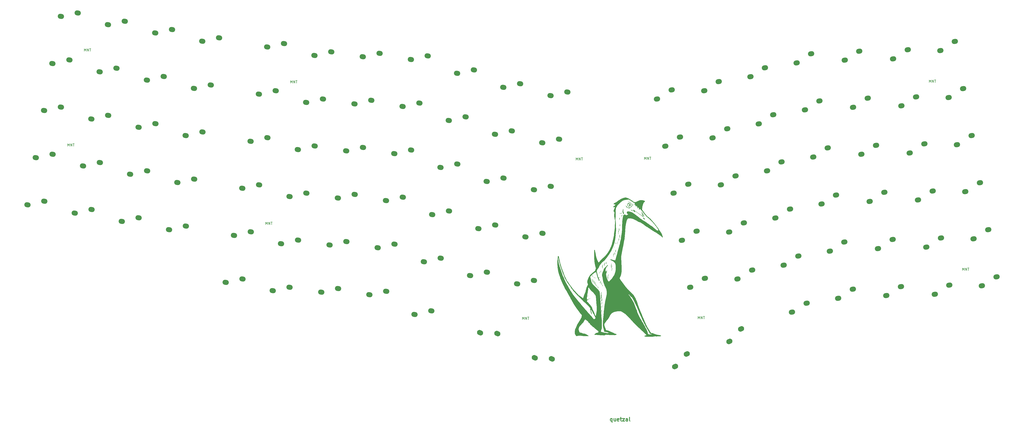
<source format=gbr>
%TF.GenerationSoftware,KiCad,Pcbnew,(6.0.4)*%
%TF.CreationDate,2022-12-29T16:55:39-05:00*%
%TF.ProjectId,atreuskeypad,61747265-7573-46b6-9579-7061642e6b69,rev?*%
%TF.SameCoordinates,Original*%
%TF.FileFunction,Legend,Top*%
%TF.FilePolarity,Positive*%
%FSLAX46Y46*%
G04 Gerber Fmt 4.6, Leading zero omitted, Abs format (unit mm)*
G04 Created by KiCad (PCBNEW (6.0.4)) date 2022-12-29 16:55:39*
%MOMM*%
%LPD*%
G01*
G04 APERTURE LIST*
G04 Aperture macros list*
%AMHorizOval*
0 Thick line with rounded ends*
0 $1 width*
0 $2 $3 position (X,Y) of the first rounded end (center of the circle)*
0 $4 $5 position (X,Y) of the second rounded end (center of the circle)*
0 Add line between two ends*
20,1,$1,$2,$3,$4,$5,0*
0 Add two circle primitives to create the rounded ends*
1,1,$1,$2,$3*
1,1,$1,$4,$5*%
G04 Aperture macros list end*
%ADD10C,0.300000*%
%ADD11C,0.150000*%
%ADD12HorizOval,2.000000X0.246202X-0.043412X-0.246202X0.043412X0*%
%ADD13HorizOval,2.000000X0.246202X0.043412X-0.246202X-0.043412X0*%
%ADD14HorizOval,2.000000X0.226577X0.105655X-0.226577X-0.105655X0*%
%ADD15HorizOval,2.000000X0.226577X-0.105655X-0.226577X0.105655X0*%
G04 APERTURE END LIST*
D10*
%TO.C,quetzal*%
X166769142Y-188141428D02*
X166769142Y-189665428D01*
X166769142Y-189084857D02*
X166624000Y-189157428D01*
X166333714Y-189157428D01*
X166188571Y-189084857D01*
X166116000Y-189012285D01*
X166043428Y-188867142D01*
X166043428Y-188431714D01*
X166116000Y-188286571D01*
X166188571Y-188214000D01*
X166333714Y-188141428D01*
X166624000Y-188141428D01*
X166769142Y-188214000D01*
X168148000Y-188141428D02*
X168148000Y-189157428D01*
X167494857Y-188141428D02*
X167494857Y-188939714D01*
X167567428Y-189084857D01*
X167712571Y-189157428D01*
X167930285Y-189157428D01*
X168075428Y-189084857D01*
X168148000Y-189012285D01*
X169454285Y-189084857D02*
X169309142Y-189157428D01*
X169018857Y-189157428D01*
X168873714Y-189084857D01*
X168801142Y-188939714D01*
X168801142Y-188359142D01*
X168873714Y-188214000D01*
X169018857Y-188141428D01*
X169309142Y-188141428D01*
X169454285Y-188214000D01*
X169526857Y-188359142D01*
X169526857Y-188504285D01*
X168801142Y-188649428D01*
X169962285Y-188141428D02*
X170542857Y-188141428D01*
X170180000Y-187633428D02*
X170180000Y-188939714D01*
X170252571Y-189084857D01*
X170397714Y-189157428D01*
X170542857Y-189157428D01*
X170905714Y-188141428D02*
X171704000Y-188141428D01*
X170905714Y-189157428D01*
X171704000Y-189157428D01*
X172937714Y-189157428D02*
X172937714Y-188359142D01*
X172865142Y-188214000D01*
X172720000Y-188141428D01*
X172429714Y-188141428D01*
X172284571Y-188214000D01*
X172937714Y-189084857D02*
X172792571Y-189157428D01*
X172429714Y-189157428D01*
X172284571Y-189084857D01*
X172212000Y-188939714D01*
X172212000Y-188794571D01*
X172284571Y-188649428D01*
X172429714Y-188576857D01*
X172792571Y-188576857D01*
X172937714Y-188504285D01*
X173881142Y-189157428D02*
X173736000Y-189084857D01*
X173663428Y-188939714D01*
X173663428Y-187633428D01*
D11*
%TO.C,MNT*%
X-43148095Y-41748380D02*
X-43148095Y-40748380D01*
X-42814761Y-41462666D01*
X-42481428Y-40748380D01*
X-42481428Y-41748380D01*
X-42005238Y-41748380D02*
X-42005238Y-40748380D01*
X-41433809Y-41748380D01*
X-41433809Y-40748380D01*
X-41100476Y-40748380D02*
X-40529047Y-40748380D01*
X-40814761Y-41748380D02*
X-40814761Y-40748380D01*
X28987904Y-110836380D02*
X28987904Y-109836380D01*
X29321238Y-110550666D01*
X29654571Y-109836380D01*
X29654571Y-110836380D01*
X30130761Y-110836380D02*
X30130761Y-109836380D01*
X30702190Y-110836380D01*
X30702190Y-109836380D01*
X31035523Y-109836380D02*
X31606952Y-109836380D01*
X31321238Y-110836380D02*
X31321238Y-109836380D01*
X152431904Y-85182380D02*
X152431904Y-84182380D01*
X152765238Y-84896666D01*
X153098571Y-84182380D01*
X153098571Y-85182380D01*
X153574761Y-85182380D02*
X153574761Y-84182380D01*
X154146190Y-85182380D01*
X154146190Y-84182380D01*
X154479523Y-84182380D02*
X155050952Y-84182380D01*
X154765238Y-85182380D02*
X154765238Y-84182380D01*
X306101904Y-129124380D02*
X306101904Y-128124380D01*
X306435238Y-128838666D01*
X306768571Y-128124380D01*
X306768571Y-129124380D01*
X307244761Y-129124380D02*
X307244761Y-128124380D01*
X307816190Y-129124380D01*
X307816190Y-128124380D01*
X308149523Y-128124380D02*
X308720952Y-128124380D01*
X308435238Y-129124380D02*
X308435238Y-128124380D01*
X131095904Y-148682380D02*
X131095904Y-147682380D01*
X131429238Y-148396666D01*
X131762571Y-147682380D01*
X131762571Y-148682380D01*
X132238761Y-148682380D02*
X132238761Y-147682380D01*
X132810190Y-148682380D01*
X132810190Y-147682380D01*
X133143523Y-147682380D02*
X133714952Y-147682380D01*
X133429238Y-148682380D02*
X133429238Y-147682380D01*
X38893904Y-54448380D02*
X38893904Y-53448380D01*
X39227238Y-54162666D01*
X39560571Y-53448380D01*
X39560571Y-54448380D01*
X40036761Y-54448380D02*
X40036761Y-53448380D01*
X40608190Y-54448380D01*
X40608190Y-53448380D01*
X40941523Y-53448380D02*
X41512952Y-53448380D01*
X41227238Y-54448380D02*
X41227238Y-53448380D01*
X179609904Y-84928380D02*
X179609904Y-83928380D01*
X179943238Y-84642666D01*
X180276571Y-83928380D01*
X180276571Y-84928380D01*
X180752761Y-84928380D02*
X180752761Y-83928380D01*
X181324190Y-84928380D01*
X181324190Y-83928380D01*
X181657523Y-83928380D02*
X182228952Y-83928380D01*
X181943238Y-84928380D02*
X181943238Y-83928380D01*
X200945904Y-148428380D02*
X200945904Y-147428380D01*
X201279238Y-148142666D01*
X201612571Y-147428380D01*
X201612571Y-148428380D01*
X202088761Y-148428380D02*
X202088761Y-147428380D01*
X202660190Y-148428380D01*
X202660190Y-147428380D01*
X202993523Y-147428380D02*
X203564952Y-147428380D01*
X203279238Y-148428380D02*
X203279238Y-147428380D01*
X-49752095Y-79594380D02*
X-49752095Y-78594380D01*
X-49418761Y-79308666D01*
X-49085428Y-78594380D01*
X-49085428Y-79594380D01*
X-48609238Y-79594380D02*
X-48609238Y-78594380D01*
X-48037809Y-79594380D01*
X-48037809Y-78594380D01*
X-47704476Y-78594380D02*
X-47133047Y-78594380D01*
X-47418761Y-79594380D02*
X-47418761Y-78594380D01*
X292893904Y-54194380D02*
X292893904Y-53194380D01*
X293227238Y-53908666D01*
X293560571Y-53194380D01*
X293560571Y-54194380D01*
X294036761Y-54194380D02*
X294036761Y-53194380D01*
X294608190Y-54194380D01*
X294608190Y-53194380D01*
X294941523Y-53194380D02*
X295512952Y-53194380D01*
X295227238Y-54194380D02*
X295227238Y-53194380D01*
%TO.C,quetzal*%
G36*
X168233170Y-121060384D02*
G01*
X168250662Y-121363998D01*
X168234454Y-121609983D01*
X168187367Y-121773345D01*
X168147429Y-121820136D01*
X168118100Y-121783500D01*
X168099903Y-121653646D01*
X168096678Y-121522400D01*
X168108218Y-121272773D01*
X168133180Y-121027192D01*
X168146660Y-120941444D01*
X168193045Y-120691813D01*
X168233170Y-121060384D01*
G37*
G36*
X168277091Y-118074336D02*
G01*
X168279349Y-118152795D01*
X168299426Y-118336509D01*
X168344909Y-118480437D01*
X168372578Y-118579393D01*
X168323385Y-118594341D01*
X168230379Y-118526260D01*
X168169280Y-118392782D01*
X168162801Y-118211598D01*
X168212616Y-118048030D01*
X168217897Y-118039479D01*
X168259121Y-118003693D01*
X168277091Y-118074336D01*
G37*
G36*
X160038896Y-132055491D02*
G01*
X160085243Y-132214751D01*
X160129803Y-132320725D01*
X160159293Y-132379532D01*
X160112403Y-132373350D01*
X160058069Y-132351956D01*
X160006895Y-132272927D01*
X159986174Y-132117222D01*
X159986447Y-132091649D01*
X159992836Y-131862820D01*
X160038896Y-132055491D01*
G37*
G36*
X161160445Y-135675989D02*
G01*
X161186331Y-135879850D01*
X161235432Y-136069224D01*
X161280536Y-136235660D01*
X161271582Y-136294537D01*
X161221657Y-136243509D01*
X161145854Y-136085268D01*
X161082325Y-135837179D01*
X161101474Y-135661426D01*
X161155080Y-135482476D01*
X161160445Y-135675989D01*
G37*
G36*
X162830667Y-143176469D02*
G01*
X162812539Y-143354419D01*
X162806524Y-143408275D01*
X162783586Y-143628540D01*
X162767752Y-143809800D01*
X162763130Y-143891936D01*
X162757975Y-143986521D01*
X162730634Y-143984241D01*
X162705203Y-143959544D01*
X162669398Y-143854272D01*
X162665904Y-143674893D01*
X162691489Y-143466948D01*
X162742919Y-143275979D01*
X162756026Y-143243818D01*
X162806294Y-143133816D01*
X162829880Y-143107150D01*
X162830667Y-143176469D01*
G37*
G36*
X162324200Y-129147878D02*
G01*
X162337602Y-129273924D01*
X162340729Y-129452483D01*
X162334205Y-129647670D01*
X162318651Y-129823598D01*
X162294690Y-129944384D01*
X162285064Y-129965991D01*
X162246947Y-129961554D01*
X162210203Y-129860805D01*
X162208527Y-129852702D01*
X162193486Y-129677414D01*
X162202914Y-129471576D01*
X162231406Y-129279092D01*
X162273559Y-129143866D01*
X162299903Y-129110229D01*
X162324200Y-129147878D01*
G37*
G36*
X158815071Y-132568771D02*
G01*
X158809393Y-132686219D01*
X158781419Y-132818609D01*
X158739426Y-132914102D01*
X158724707Y-132928201D01*
X158680549Y-132905950D01*
X158669494Y-132838929D01*
X158690035Y-132677197D01*
X158739939Y-132555400D01*
X158790178Y-132518103D01*
X158815071Y-132568771D01*
G37*
G36*
X159690735Y-133329421D02*
G01*
X159730660Y-133481363D01*
X159749628Y-133623599D01*
X159779702Y-133899592D01*
X159814072Y-134189967D01*
X159829600Y-134312329D01*
X159846276Y-134530854D01*
X159823676Y-134632309D01*
X159805953Y-134639970D01*
X159757709Y-134584271D01*
X159704783Y-134441054D01*
X159673579Y-134312329D01*
X159624749Y-134017266D01*
X159597132Y-133740203D01*
X159591516Y-133508016D01*
X159608688Y-133347585D01*
X159643547Y-133287007D01*
X159690735Y-133329421D01*
G37*
G36*
X162742240Y-134444654D02*
G01*
X162740977Y-134578389D01*
X162737850Y-134608766D01*
X162703628Y-134753805D01*
X162655968Y-134824129D01*
X162615212Y-134805045D01*
X162601190Y-134707482D01*
X162621573Y-134549660D01*
X162670673Y-134428516D01*
X162720151Y-134390339D01*
X162742240Y-134444654D01*
G37*
G36*
X165359450Y-130697654D02*
G01*
X165351114Y-130821482D01*
X165310537Y-131008485D01*
X165245950Y-131232789D01*
X165165581Y-131468520D01*
X165077659Y-131689802D01*
X164990415Y-131870763D01*
X164912076Y-131985526D01*
X164904246Y-131993097D01*
X164813175Y-132053226D01*
X164785465Y-132025413D01*
X164812659Y-131923011D01*
X164879208Y-131771525D01*
X164889999Y-131750507D01*
X164962141Y-131587536D01*
X165048953Y-131355932D01*
X165127806Y-131117868D01*
X165201553Y-130903176D01*
X165271522Y-130741403D01*
X165323644Y-130664635D01*
X165327317Y-130662874D01*
X165359450Y-130697654D01*
G37*
G36*
X158794310Y-146840707D02*
G01*
X158763106Y-146871911D01*
X158731902Y-146840707D01*
X158763106Y-146809503D01*
X158794310Y-146840707D01*
G37*
G36*
X159600773Y-131833736D02*
G01*
X159642464Y-132003121D01*
X159686648Y-132122739D01*
X159690891Y-132130173D01*
X159719241Y-132199640D01*
X159672340Y-132180537D01*
X159618094Y-132131174D01*
X159569318Y-132021695D01*
X159550040Y-131854275D01*
X159550381Y-131834737D01*
X159557558Y-131613189D01*
X159600773Y-131833736D01*
G37*
G36*
X171184191Y-106818385D02*
G01*
X171187275Y-106891153D01*
X171162101Y-107045644D01*
X171129748Y-107185636D01*
X171078308Y-107367639D01*
X171041805Y-107440149D01*
X171011846Y-107416287D01*
X171001080Y-107386741D01*
X170997217Y-107277670D01*
X171025130Y-107126997D01*
X171072329Y-106973490D01*
X171126325Y-106855918D01*
X171174627Y-106813047D01*
X171184191Y-106818385D01*
G37*
G36*
X174222938Y-104967905D02*
G01*
X174396537Y-105025371D01*
X174443081Y-105042680D01*
X174513121Y-105026436D01*
X174521091Y-104996117D01*
X174556186Y-104999911D01*
X174647996Y-105083678D01*
X174770723Y-105222326D01*
X174901010Y-105387088D01*
X174991334Y-105514875D01*
X175020354Y-105572364D01*
X174989125Y-105620627D01*
X174915805Y-105580985D01*
X174847614Y-105495498D01*
X174763462Y-105397910D01*
X174708326Y-105370683D01*
X174629226Y-105335251D01*
X174486920Y-105243403D01*
X174350010Y-105143466D01*
X174202601Y-105023782D01*
X174159268Y-104966319D01*
X174222938Y-104967905D01*
G37*
G36*
X169723248Y-114845874D02*
G01*
X169790175Y-114974878D01*
X169813872Y-115028299D01*
X169871648Y-115217874D01*
X169889246Y-115445098D01*
X169875911Y-115699184D01*
X169841630Y-116035388D01*
X169808847Y-116248873D01*
X169779416Y-116339350D01*
X169755192Y-116306529D01*
X169738029Y-116150120D01*
X169729783Y-115869834D01*
X169729400Y-115722057D01*
X169727148Y-115416843D01*
X169719090Y-115155020D01*
X169706466Y-114962940D01*
X169690519Y-114866954D01*
X169688976Y-114863949D01*
X169669765Y-114800529D01*
X169679961Y-114794270D01*
X169723248Y-114845874D01*
G37*
G36*
X172939953Y-102550703D02*
G01*
X173034057Y-102376257D01*
X173191073Y-102268396D01*
X173438644Y-102198119D01*
X173482848Y-102189488D01*
X173716699Y-102151339D01*
X173876441Y-102146478D01*
X174008847Y-102177106D01*
X174106092Y-102218832D01*
X174363920Y-102396795D01*
X174563936Y-102642663D01*
X174691885Y-102925837D01*
X174733510Y-103215716D01*
X174684230Y-103459830D01*
X174514431Y-103715557D01*
X174264571Y-103904842D01*
X173968455Y-104011678D01*
X173659885Y-104020058D01*
X173552206Y-103995874D01*
X173284387Y-103854013D01*
X173070365Y-103621909D01*
X172926625Y-103328429D01*
X172869651Y-103002437D01*
X172870429Y-102990110D01*
X173085550Y-102990110D01*
X173104374Y-103214208D01*
X173147452Y-103406475D01*
X173186606Y-103489908D01*
X173348825Y-103656673D01*
X173560179Y-103792502D01*
X173769230Y-103866830D01*
X173830743Y-103872661D01*
X173981765Y-103837947D01*
X174157802Y-103752159D01*
X174188065Y-103732476D01*
X174355480Y-103584674D01*
X174490093Y-103411509D01*
X174499784Y-103394379D01*
X174564543Y-103155690D01*
X174527122Y-102909365D01*
X174405284Y-102682304D01*
X174216793Y-102501406D01*
X173979410Y-102393572D01*
X173826717Y-102375105D01*
X173604281Y-102404462D01*
X173379057Y-102479687D01*
X173199803Y-102581514D01*
X173133472Y-102649047D01*
X173094183Y-102784838D01*
X173085550Y-102990110D01*
X172870429Y-102990110D01*
X172881119Y-102820733D01*
X172939953Y-102550703D01*
G37*
G36*
X166741667Y-127030193D02*
G01*
X166742751Y-127031412D01*
X166759495Y-127123379D01*
X166747993Y-127299628D01*
X166714828Y-127524581D01*
X166666581Y-127762661D01*
X166609834Y-127978291D01*
X166551168Y-128135895D01*
X166532197Y-128169575D01*
X166454840Y-128271424D01*
X166428114Y-128272550D01*
X166433405Y-128243164D01*
X166459200Y-128125215D01*
X166498179Y-127922388D01*
X166543069Y-127672933D01*
X166555774Y-127599547D01*
X166611874Y-127299431D01*
X166659057Y-127112094D01*
X166701071Y-127026146D01*
X166741667Y-127030193D01*
G37*
G36*
X161820289Y-129634566D02*
G01*
X161792298Y-129735075D01*
X161759385Y-129918971D01*
X161730251Y-130133829D01*
X161681475Y-130552255D01*
X161673274Y-130174134D01*
X161685190Y-129892799D01*
X161737672Y-129713320D01*
X161763311Y-129674871D01*
X161821351Y-129612524D01*
X161820289Y-129634566D01*
G37*
G36*
X157546153Y-139039724D02*
G01*
X157514949Y-139070928D01*
X157483745Y-139039724D01*
X157514949Y-139008520D01*
X157546153Y-139039724D01*
G37*
G36*
X165389694Y-131611053D02*
G01*
X165322217Y-131718490D01*
X165245744Y-131885513D01*
X165184627Y-132103548D01*
X165170872Y-132181358D01*
X165132523Y-132359332D01*
X165082972Y-132476918D01*
X165058226Y-132499992D01*
X165019814Y-132476036D01*
X165022020Y-132355487D01*
X165040934Y-132239057D01*
X165109045Y-131961380D01*
X165200220Y-131771480D01*
X165323424Y-131639260D01*
X165391130Y-131587855D01*
X165389694Y-131611053D01*
G37*
G36*
X174993069Y-104979394D02*
G01*
X175106340Y-105068744D01*
X175241357Y-105190429D01*
X175380425Y-105331585D01*
X175400742Y-105353865D01*
X175523447Y-105485939D01*
X175578929Y-105532892D01*
X175566312Y-105490059D01*
X175484717Y-105352779D01*
X175365366Y-105165909D01*
X175302080Y-105035290D01*
X175296431Y-104952526D01*
X175341112Y-104942846D01*
X175411048Y-105008218D01*
X175500034Y-105090076D01*
X175659983Y-105213099D01*
X175856783Y-105351092D01*
X175862860Y-105355163D01*
X176102918Y-105524064D01*
X176379646Y-105731059D01*
X176635146Y-105932780D01*
X176646813Y-105942351D01*
X176874602Y-106118426D01*
X177166882Y-106328428D01*
X177480975Y-106542304D01*
X177698524Y-106682987D01*
X177984378Y-106863320D01*
X178264779Y-107041157D01*
X178504264Y-107193955D01*
X178646389Y-107285504D01*
X178808791Y-107386204D01*
X178919639Y-107445712D01*
X178952049Y-107452768D01*
X178919986Y-107387452D01*
X178838084Y-107255127D01*
X178775446Y-107160551D01*
X178628274Y-106940483D01*
X178546835Y-106809912D01*
X178524956Y-106756314D01*
X178556466Y-106767166D01*
X178596765Y-106798052D01*
X178687138Y-106893932D01*
X178820912Y-107060971D01*
X178973705Y-107265599D01*
X179121132Y-107474244D01*
X179238812Y-107653336D01*
X179302362Y-107769306D01*
X179302539Y-107769764D01*
X179317130Y-107838032D01*
X179280647Y-107851322D01*
X179180812Y-107804075D01*
X179005342Y-107690728D01*
X178781081Y-107533651D01*
X178542534Y-107368326D01*
X178239059Y-107164709D01*
X177911874Y-106950169D01*
X177638317Y-106774860D01*
X177322661Y-106565913D01*
X176995170Y-106333437D01*
X176697642Y-106107917D01*
X176498720Y-105943755D01*
X176282263Y-105759760D01*
X176080910Y-105599468D01*
X175925951Y-105487358D01*
X175878379Y-105458449D01*
X175706673Y-105367391D01*
X175831339Y-105571862D01*
X175925631Y-105739926D01*
X175945122Y-105829936D01*
X175887769Y-105865251D01*
X175805278Y-105869946D01*
X175735581Y-105858671D01*
X175657097Y-105816067D01*
X175556519Y-105728961D01*
X175420538Y-105584179D01*
X175235845Y-105368550D01*
X174989132Y-105068900D01*
X174960663Y-105033960D01*
X174902537Y-104949140D01*
X174919237Y-104935238D01*
X174993069Y-104979394D01*
G37*
G36*
X158129947Y-130877163D02*
G01*
X158581207Y-130462389D01*
X158786674Y-130287960D01*
X158953883Y-130135159D01*
X159059663Y-130025725D01*
X159083602Y-129991051D01*
X159148216Y-129917542D01*
X159290394Y-129798941D01*
X159482709Y-129657658D01*
X159539052Y-129618948D01*
X159961455Y-129332968D01*
X160126480Y-128783086D01*
X160291506Y-128233204D01*
X160161510Y-127738921D01*
X159904889Y-126597431D01*
X159724044Y-125405914D01*
X159616764Y-124145969D01*
X159581125Y-122907292D01*
X159581026Y-122318731D01*
X159587300Y-121845126D01*
X159600886Y-121476735D01*
X159622721Y-121203815D01*
X159653742Y-121016626D01*
X159694888Y-120905425D01*
X159747094Y-120860471D01*
X159778161Y-120859892D01*
X159824086Y-120895605D01*
X159870053Y-120994611D01*
X159920370Y-121172057D01*
X159979347Y-121443090D01*
X160049923Y-121815344D01*
X160185183Y-122506288D01*
X160334123Y-123174615D01*
X160491475Y-123800833D01*
X160651969Y-124365448D01*
X160810337Y-124848970D01*
X160961310Y-125231906D01*
X160990745Y-125295957D01*
X161110191Y-125538500D01*
X161217659Y-125739973D01*
X161297637Y-125872073D01*
X161324719Y-125905269D01*
X161399534Y-125909808D01*
X161513395Y-125819081D01*
X161617533Y-125700879D01*
X161882673Y-125397513D01*
X162219705Y-125042006D01*
X162603016Y-124660139D01*
X163006996Y-124277693D01*
X163250534Y-124056997D01*
X163824311Y-123526085D01*
X164293392Y-123047696D01*
X164655068Y-122624604D01*
X164681863Y-122589851D01*
X164872860Y-122318002D01*
X165100567Y-121959560D01*
X165349974Y-121541529D01*
X165606072Y-121090912D01*
X165853851Y-120634714D01*
X166078304Y-120199937D01*
X166264419Y-119813586D01*
X166395887Y-119506063D01*
X166507469Y-119189084D01*
X166631046Y-118793028D01*
X166761687Y-118338257D01*
X166894463Y-117845137D01*
X167024446Y-117334030D01*
X167146704Y-116825300D01*
X167256310Y-116339312D01*
X167348333Y-115896429D01*
X167417844Y-115517015D01*
X167459913Y-115221433D01*
X167470492Y-115066850D01*
X167487822Y-114836600D01*
X167528100Y-114597385D01*
X167533183Y-114575842D01*
X167617595Y-114150728D01*
X167692125Y-113606818D01*
X167756312Y-112949776D01*
X167809698Y-112185265D01*
X167851821Y-111318948D01*
X167882222Y-110356490D01*
X167884855Y-110243949D01*
X167894374Y-109786988D01*
X167899065Y-109439223D01*
X167898178Y-109185100D01*
X167890964Y-109009068D01*
X167876672Y-108895572D01*
X167854552Y-108829060D01*
X167823856Y-108793979D01*
X167814687Y-108788259D01*
X167747877Y-108708021D01*
X167724355Y-108549802D01*
X167726213Y-108439382D01*
X167718985Y-108231701D01*
X167685016Y-108056360D01*
X167666676Y-108011338D01*
X167633075Y-107881430D01*
X167610899Y-107659942D01*
X167600559Y-107379622D01*
X167602467Y-107073219D01*
X167617033Y-106773483D01*
X167644671Y-106513160D01*
X167647616Y-106494024D01*
X167664060Y-106231887D01*
X167635127Y-105992700D01*
X167568405Y-105809367D01*
X167471477Y-105714789D01*
X167467673Y-105713504D01*
X167356049Y-105642331D01*
X167323656Y-105594419D01*
X167315751Y-105439333D01*
X167369393Y-105192833D01*
X167480315Y-104869557D01*
X167644251Y-104484146D01*
X167652311Y-104466647D01*
X167897794Y-103935302D01*
X167565259Y-103935302D01*
X167345856Y-103922740D01*
X167227618Y-103881361D01*
X167196142Y-103839968D01*
X167187148Y-103777696D01*
X167221437Y-103709742D01*
X167315766Y-103618565D01*
X167486891Y-103486623D01*
X167638385Y-103377026D01*
X167813005Y-103229679D01*
X167953828Y-103072157D01*
X167994846Y-103008125D01*
X168088312Y-102827382D01*
X167774984Y-102797275D01*
X167513367Y-102750817D01*
X167372185Y-102675731D01*
X167351302Y-102575663D01*
X167450584Y-102454262D01*
X167669893Y-102315173D01*
X167795203Y-102253543D01*
X168035764Y-102128084D01*
X168321403Y-101958525D01*
X168598441Y-101777097D01*
X168654752Y-101737469D01*
X169004200Y-101492709D01*
X169372579Y-101243643D01*
X169734418Y-101006748D01*
X170064250Y-100798499D01*
X170336604Y-100635374D01*
X170481110Y-100555986D01*
X170794849Y-100411871D01*
X171142370Y-100279598D01*
X171487959Y-100170392D01*
X171795906Y-100095480D01*
X172030496Y-100066088D01*
X172039780Y-100066014D01*
X172312832Y-100106123D01*
X172667250Y-100222249D01*
X173090575Y-100408094D01*
X173570349Y-100657358D01*
X174094113Y-100963743D01*
X174649409Y-101320949D01*
X175002118Y-101563803D01*
X175235541Y-101724960D01*
X175403987Y-101825815D01*
X175542736Y-101880416D01*
X175687066Y-101902809D01*
X175864172Y-101907046D01*
X176072080Y-101898898D01*
X176242997Y-101864797D01*
X176422042Y-101790260D01*
X176654337Y-101660804D01*
X176681593Y-101644660D01*
X176968681Y-101494295D01*
X177294378Y-101353695D01*
X177583941Y-101254611D01*
X177983465Y-101171371D01*
X178393614Y-101134138D01*
X178790775Y-101140461D01*
X179151338Y-101187888D01*
X179451690Y-101273967D01*
X179668221Y-101396247D01*
X179743561Y-101478851D01*
X179793556Y-101566092D01*
X179797841Y-101638930D01*
X179743636Y-101728090D01*
X179618159Y-101864294D01*
X179557408Y-101926354D01*
X179385347Y-102124170D01*
X179237445Y-102333363D01*
X179164344Y-102468717D01*
X179020459Y-102869059D01*
X178891062Y-103338723D01*
X178789357Y-103822222D01*
X178728543Y-104264069D01*
X178724056Y-104319282D01*
X178707263Y-104584709D01*
X178708038Y-104764437D01*
X178732949Y-104897095D01*
X178788560Y-105021313D01*
X178865195Y-105149635D01*
X179398287Y-105956583D01*
X179928951Y-106659477D01*
X180452936Y-107253495D01*
X180965993Y-107733815D01*
X181459743Y-108093072D01*
X181601696Y-108201475D01*
X181803836Y-108383588D01*
X182044691Y-108618727D01*
X182302789Y-108886204D01*
X182458269Y-109055022D01*
X182693611Y-109316928D01*
X182903399Y-109554595D01*
X183102736Y-109786266D01*
X183306730Y-110030187D01*
X183530485Y-110304602D01*
X183789109Y-110627755D01*
X184097705Y-111017891D01*
X184368217Y-111361837D01*
X184612922Y-111684122D01*
X184856011Y-112023102D01*
X185076828Y-112348559D01*
X185254718Y-112630271D01*
X185347420Y-112794442D01*
X185450059Y-112949241D01*
X185592238Y-113116582D01*
X185619467Y-113144255D01*
X185738145Y-113292717D01*
X185892099Y-113530545D01*
X186067975Y-113832154D01*
X186252416Y-114171957D01*
X186432068Y-114524368D01*
X186593574Y-114863802D01*
X186723581Y-115164673D01*
X186808732Y-115401394D01*
X186821177Y-115446480D01*
X186858808Y-115673137D01*
X186855476Y-115858695D01*
X186819038Y-115985093D01*
X186757351Y-116034268D01*
X186678271Y-115988158D01*
X186623034Y-115902009D01*
X186535247Y-115769645D01*
X186403728Y-115611887D01*
X186257932Y-115459418D01*
X186127312Y-115342921D01*
X186041324Y-115293077D01*
X186038278Y-115292877D01*
X185960131Y-115256915D01*
X185813708Y-115162516D01*
X185628462Y-115028886D01*
X185598487Y-115006140D01*
X185083066Y-114634961D01*
X184496666Y-114256671D01*
X183819863Y-113858370D01*
X183585114Y-113718921D01*
X183274139Y-113524768D01*
X182913018Y-113292709D01*
X182527827Y-113039546D01*
X182144647Y-112782077D01*
X182068716Y-112730292D01*
X181715371Y-112490828D01*
X181379610Y-112267315D01*
X181080860Y-112072375D01*
X180838548Y-111918631D01*
X180672102Y-111818702D01*
X180633335Y-111797744D01*
X180440147Y-111685506D01*
X180203411Y-111528002D01*
X179981779Y-111364946D01*
X179792159Y-111222250D01*
X179529410Y-111031815D01*
X179224065Y-110815429D01*
X178906653Y-110594876D01*
X178806235Y-110526101D01*
X178453169Y-110291059D01*
X178179477Y-110123471D01*
X177966687Y-110013296D01*
X177796327Y-109950496D01*
X177714097Y-109932523D01*
X177507676Y-109870918D01*
X177217114Y-109738173D01*
X176837140Y-109531724D01*
X176580551Y-109381299D01*
X176233413Y-109181923D01*
X175866975Y-108985515D01*
X175519238Y-108811589D01*
X175228202Y-108679659D01*
X175162115Y-108652928D01*
X174904638Y-108555650D01*
X174701951Y-108491507D01*
X174514020Y-108453670D01*
X174300807Y-108435308D01*
X174022276Y-108429590D01*
X173851550Y-108429332D01*
X173116914Y-108429997D01*
X172917138Y-108635677D01*
X172826692Y-108733939D01*
X172752411Y-108833473D01*
X172688574Y-108951609D01*
X172629461Y-109105678D01*
X172569350Y-109313011D01*
X172502522Y-109590938D01*
X172423256Y-109956791D01*
X172326278Y-110425720D01*
X172266889Y-110718266D01*
X172216355Y-110977305D01*
X172173125Y-111217565D01*
X172135649Y-111453774D01*
X172102375Y-111700661D01*
X172071754Y-111972953D01*
X172042234Y-112285379D01*
X172012265Y-112652667D01*
X171980297Y-113089545D01*
X171944777Y-113610741D01*
X171904157Y-114230984D01*
X171870238Y-114757172D01*
X171851360Y-115046519D01*
X171832870Y-115310227D01*
X171813101Y-115557854D01*
X171790385Y-115798959D01*
X171763057Y-116043100D01*
X171729448Y-116299836D01*
X171687892Y-116578724D01*
X171636722Y-116889323D01*
X171574272Y-117241191D01*
X171498873Y-117643887D01*
X171408860Y-118106970D01*
X171302566Y-118639997D01*
X171178323Y-119252527D01*
X171034465Y-119954118D01*
X170869324Y-120754329D01*
X170681234Y-121662717D01*
X170584960Y-122127194D01*
X170499870Y-122593700D01*
X170438489Y-123068929D01*
X170400231Y-123572210D01*
X170384511Y-124122875D01*
X170390743Y-124740254D01*
X170418342Y-125443675D01*
X170462119Y-126183705D01*
X170490934Y-126677311D01*
X170515637Y-127214935D01*
X170534710Y-127753969D01*
X170546633Y-128251804D01*
X170549952Y-128648815D01*
X170546017Y-129085403D01*
X170535083Y-129432231D01*
X170513960Y-129724299D01*
X170479462Y-129996605D01*
X170428401Y-130284148D01*
X170379422Y-130521051D01*
X170258704Y-131009984D01*
X170118317Y-131455017D01*
X169982539Y-131790715D01*
X169873003Y-132028767D01*
X169811952Y-132184340D01*
X169793609Y-132287359D01*
X169812197Y-132367750D01*
X169856046Y-132445997D01*
X169952737Y-132608844D01*
X170065440Y-132808628D01*
X170094218Y-132861346D01*
X170206904Y-133040789D01*
X170367080Y-133261528D01*
X170522145Y-133454221D01*
X170707327Y-133681854D01*
X170917653Y-133956298D01*
X171109324Y-134220317D01*
X171119095Y-134234319D01*
X171414176Y-134654989D01*
X171677717Y-135021138D01*
X171923860Y-135349318D01*
X172166747Y-135656082D01*
X172420519Y-135957982D01*
X172699320Y-136271569D01*
X173017290Y-136613396D01*
X173388573Y-137000015D01*
X173827308Y-137447977D01*
X174104668Y-137728702D01*
X174589259Y-138227025D01*
X174997943Y-138671752D01*
X175343209Y-139083587D01*
X175637545Y-139483236D01*
X175893440Y-139891404D01*
X176123382Y-140328795D01*
X176339859Y-140816115D01*
X176555361Y-141374068D01*
X176782375Y-142023360D01*
X176890454Y-142347341D01*
X177092543Y-142947530D01*
X177302619Y-143549788D01*
X177512388Y-144131647D01*
X177713555Y-144670639D01*
X177897823Y-145144295D01*
X178056899Y-145530149D01*
X178111654Y-145654958D01*
X178207820Y-145874636D01*
X178331764Y-146165727D01*
X178464706Y-146483838D01*
X178547299Y-146684688D01*
X178700273Y-147054437D01*
X178870689Y-147457792D01*
X179048090Y-147870817D01*
X179222017Y-148269580D01*
X179382014Y-148630147D01*
X179517622Y-148928584D01*
X179618385Y-149140957D01*
X179635130Y-149174325D01*
X179714501Y-149357588D01*
X179759512Y-149515187D01*
X179763352Y-149553795D01*
X179791262Y-149653473D01*
X179868457Y-149842993D01*
X179985132Y-150102253D01*
X180131484Y-150411152D01*
X180297709Y-150749588D01*
X180474002Y-151097461D01*
X180650559Y-151434668D01*
X180817577Y-151741108D01*
X180905585Y-151895744D01*
X181105473Y-152234846D01*
X181318567Y-152587705D01*
X181533569Y-152936510D01*
X181739178Y-153263448D01*
X181924096Y-153550709D01*
X182077023Y-153780479D01*
X182186659Y-153934948D01*
X182235629Y-153992355D01*
X182348902Y-154043730D01*
X182538531Y-154091215D01*
X182694150Y-154115595D01*
X182958061Y-154170744D01*
X183256330Y-154268620D01*
X183453292Y-154353543D01*
X183732963Y-154473032D01*
X184044883Y-154580031D01*
X184256718Y-154636245D01*
X184545039Y-154699083D01*
X184872128Y-154771449D01*
X185099224Y-154822364D01*
X185371037Y-154879204D01*
X185642468Y-154928569D01*
X185829375Y-154956380D01*
X186027194Y-154994932D01*
X186131645Y-155059404D01*
X186163216Y-155119384D01*
X186171200Y-155247804D01*
X186143965Y-155306924D01*
X186055871Y-155336947D01*
X185869707Y-155365808D01*
X185612217Y-155392126D01*
X185310147Y-155414519D01*
X184990243Y-155431607D01*
X184679248Y-155442009D01*
X184403909Y-155444342D01*
X184190971Y-155437227D01*
X184067178Y-155419281D01*
X184056307Y-155414731D01*
X183902823Y-155379223D01*
X183767244Y-155390547D01*
X183298619Y-155482060D01*
X182736124Y-155548028D01*
X182108321Y-155587169D01*
X181443776Y-155598201D01*
X180771052Y-155579841D01*
X180287051Y-155546779D01*
X179993970Y-155516946D01*
X179804108Y-155483473D01*
X179695959Y-155437990D01*
X179648016Y-155372132D01*
X179638536Y-155294478D01*
X179653100Y-155265769D01*
X180637062Y-155265769D01*
X180668266Y-155296973D01*
X180699470Y-155265769D01*
X180668266Y-155234565D01*
X180637062Y-155265769D01*
X179653100Y-155265769D01*
X179694433Y-155184289D01*
X179810158Y-155136929D01*
X179965635Y-155097988D01*
X180089953Y-155047661D01*
X180247495Y-154960888D01*
X180388396Y-154879331D01*
X180173565Y-154597975D01*
X180051906Y-154458526D01*
X179857856Y-154259216D01*
X179613503Y-154021744D01*
X179340934Y-153767812D01*
X179190158Y-153631811D01*
X178781609Y-153264568D01*
X178344626Y-152866056D01*
X177893212Y-152449512D01*
X177441368Y-152028174D01*
X177003095Y-151615278D01*
X176592396Y-151224062D01*
X176223271Y-150867763D01*
X175909722Y-150559619D01*
X175665751Y-150312867D01*
X175549235Y-150189624D01*
X175328545Y-149948497D01*
X175137676Y-149738646D01*
X174951769Y-149532432D01*
X174745968Y-149302218D01*
X174495413Y-149020365D01*
X174339312Y-148844361D01*
X174123949Y-148607370D01*
X173886886Y-148355524D01*
X173684030Y-148147970D01*
X173507268Y-147967620D01*
X173280402Y-147729375D01*
X173036596Y-147468320D01*
X172868223Y-147284877D01*
X172603678Y-147005618D01*
X172346191Y-146762460D01*
X172071130Y-146536259D01*
X171753858Y-146307873D01*
X171369744Y-146058161D01*
X170990761Y-145825951D01*
X170717118Y-145663435D01*
X170514707Y-145554024D01*
X170348515Y-145485313D01*
X170183530Y-145444900D01*
X169984739Y-145420381D01*
X169805011Y-145405906D01*
X169426929Y-145397982D01*
X168996269Y-145421933D01*
X168546931Y-145472798D01*
X168112812Y-145545621D01*
X167727812Y-145635442D01*
X167425829Y-145737304D01*
X167371934Y-145761791D01*
X166978551Y-145967731D01*
X166675328Y-146168371D01*
X166432253Y-146392143D01*
X166219317Y-146667484D01*
X166006507Y-147022828D01*
X165969746Y-147090339D01*
X165826136Y-147350464D01*
X165682103Y-147601070D01*
X165563124Y-147798094D01*
X165536736Y-147839233D01*
X165421193Y-148027148D01*
X165326636Y-148200947D01*
X165304101Y-148249207D01*
X165225688Y-148385697D01*
X165096776Y-148567119D01*
X164994767Y-148694663D01*
X164557645Y-149230983D01*
X164161019Y-149753149D01*
X163912467Y-150105653D01*
X163776067Y-150314155D01*
X163699573Y-150462785D01*
X163669688Y-150592766D01*
X163673115Y-150745322D01*
X163680994Y-150823343D01*
X163717903Y-151015706D01*
X163790195Y-151284757D01*
X163886611Y-151591409D01*
X163971979Y-151833336D01*
X164112169Y-152210585D01*
X164219283Y-152489041D01*
X164305976Y-152686049D01*
X164384905Y-152818953D01*
X164468725Y-152905096D01*
X164570091Y-152961822D01*
X164701659Y-153006475D01*
X164861292Y-153052104D01*
X165441835Y-153235564D01*
X166007905Y-153448830D01*
X166598874Y-153707833D01*
X167175109Y-153988424D01*
X167482067Y-154139514D01*
X167757771Y-154267793D01*
X167979591Y-154363290D01*
X168124895Y-154416036D01*
X168162136Y-154423263D01*
X168350880Y-154461129D01*
X168485639Y-154557883D01*
X168529936Y-154672262D01*
X168495596Y-154761050D01*
X168374640Y-154813273D01*
X168295907Y-154827944D01*
X168077554Y-154870489D01*
X167872597Y-154923813D01*
X167866580Y-154925701D01*
X167621533Y-154951503D01*
X167492133Y-154916965D01*
X167351195Y-154889278D01*
X167093612Y-154869481D01*
X166727326Y-154857922D01*
X166260278Y-154854948D01*
X166096030Y-154855825D01*
X165692327Y-154855389D01*
X165307392Y-154848441D01*
X164967944Y-154835957D01*
X164700700Y-154818909D01*
X164535961Y-154798976D01*
X164324213Y-154765624D01*
X164200420Y-154769297D01*
X164132968Y-154811213D01*
X164130310Y-154814593D01*
X164035040Y-154873734D01*
X163862165Y-154935741D01*
X163658021Y-154988723D01*
X163468944Y-155020787D01*
X163341268Y-155020042D01*
X163335881Y-155018472D01*
X163247247Y-155006772D01*
X163058959Y-154992662D01*
X162796114Y-154977696D01*
X162483810Y-154963426D01*
X162382762Y-154959459D01*
X162010120Y-154941739D01*
X161630567Y-154917454D01*
X161287102Y-154889719D01*
X161022725Y-154861652D01*
X161009789Y-154859955D01*
X160722328Y-154828092D01*
X160436171Y-154806898D01*
X160210281Y-154800665D01*
X160198487Y-154800895D01*
X159960411Y-154804873D01*
X159820828Y-154798277D01*
X159753480Y-154774536D01*
X159732107Y-154727081D01*
X159730428Y-154683773D01*
X159786148Y-154541577D01*
X159935552Y-154384141D01*
X160152006Y-154229431D01*
X160408875Y-154095408D01*
X160679525Y-154000037D01*
X160776211Y-153978439D01*
X161032323Y-153921523D01*
X161187553Y-153854258D01*
X161265577Y-153758226D01*
X161290067Y-153615009D01*
X161290624Y-153578219D01*
X161267664Y-153333011D01*
X161198019Y-153201275D01*
X161121960Y-153175105D01*
X161016016Y-153145570D01*
X160861546Y-153052072D01*
X160648882Y-152887269D01*
X160368360Y-152643821D01*
X160104875Y-152402656D01*
X159851580Y-152173310D01*
X159590102Y-151946718D01*
X159356893Y-151753998D01*
X159231165Y-151656780D01*
X158834850Y-151337293D01*
X158428081Y-150961516D01*
X158053582Y-150570872D01*
X157804112Y-150273140D01*
X157608212Y-150034430D01*
X157375913Y-149774965D01*
X157123467Y-149510275D01*
X156867124Y-149255890D01*
X156623136Y-149027340D01*
X156407756Y-148840157D01*
X156237234Y-148709870D01*
X156127823Y-148652010D01*
X156107305Y-148651636D01*
X155973646Y-148743723D01*
X155812260Y-148934467D01*
X155637624Y-149205058D01*
X155531729Y-149399430D01*
X155448608Y-149548993D01*
X155348437Y-149699369D01*
X155216761Y-149868017D01*
X155039125Y-150072396D01*
X154801075Y-150329963D01*
X154498339Y-150647587D01*
X154128397Y-151063387D01*
X153830301Y-151462927D01*
X153614622Y-151830123D01*
X153491933Y-152148890D01*
X153481638Y-152194326D01*
X153453491Y-152421414D01*
X153465540Y-152658021D01*
X153522800Y-152932905D01*
X153630284Y-153274822D01*
X153706941Y-153486653D01*
X153796902Y-153706579D01*
X153883734Y-153836802D01*
X154000186Y-153907166D01*
X154179007Y-153947515D01*
X154219534Y-153953771D01*
X154414824Y-153995462D01*
X154678287Y-154067939D01*
X154961459Y-154157562D01*
X155039745Y-154184600D01*
X155332507Y-154277073D01*
X155571124Y-154331207D01*
X155726990Y-154340638D01*
X155735087Y-154339259D01*
X155872136Y-154352451D01*
X156078235Y-154420761D01*
X156329057Y-154530638D01*
X156600277Y-154668534D01*
X156867569Y-154820900D01*
X157106607Y-154974185D01*
X157293066Y-155114841D01*
X157402619Y-155229319D01*
X157421337Y-155278497D01*
X157396942Y-155299097D01*
X157315230Y-155315160D01*
X157163410Y-155327315D01*
X156928691Y-155336191D01*
X156598282Y-155342415D01*
X156159391Y-155346617D01*
X156017160Y-155347507D01*
X155736851Y-155339218D01*
X155453664Y-155315166D01*
X155268266Y-155287578D01*
X154978295Y-155237104D01*
X154678408Y-155197204D01*
X154411325Y-155172655D01*
X154219770Y-155168229D01*
X154207332Y-155169008D01*
X154082698Y-155173406D01*
X153878619Y-155175835D01*
X153652258Y-155175812D01*
X153381660Y-155188866D01*
X153115720Y-155225286D01*
X152945897Y-155267061D01*
X152724421Y-155321720D01*
X152567926Y-155296427D01*
X152436830Y-155179389D01*
X152401808Y-155130552D01*
X156568429Y-155130552D01*
X156576996Y-155167653D01*
X156610035Y-155172157D01*
X156661403Y-155149323D01*
X156651640Y-155130552D01*
X156577576Y-155123083D01*
X156568429Y-155130552D01*
X152401808Y-155130552D01*
X152378458Y-155097991D01*
X152275485Y-154945762D01*
X152145836Y-154757244D01*
X152103804Y-154696747D01*
X152028621Y-154579600D01*
X151978967Y-154465867D01*
X151948874Y-154325050D01*
X151932374Y-154126652D01*
X151923502Y-153840173D01*
X151922087Y-153767980D01*
X151919522Y-153445502D01*
X151930421Y-153201842D01*
X151961522Y-152991184D01*
X152019565Y-152767712D01*
X152110268Y-152488619D01*
X152303048Y-151987666D01*
X152564905Y-151410601D01*
X152885189Y-150777346D01*
X153253250Y-150107824D01*
X153658439Y-149421958D01*
X154090106Y-148739670D01*
X154215535Y-148550088D01*
X154404281Y-148229894D01*
X154525415Y-147918038D01*
X154583959Y-147676378D01*
X154633784Y-147430874D01*
X154677884Y-147217622D01*
X154707283Y-147079991D01*
X154708712Y-147073631D01*
X154701412Y-146960064D01*
X154621682Y-146818359D01*
X154467928Y-146636776D01*
X154040890Y-146146679D01*
X153575378Y-145562832D01*
X153084807Y-144905004D01*
X152582593Y-144192962D01*
X152082153Y-143446474D01*
X151596902Y-142685308D01*
X151140259Y-141929233D01*
X150725638Y-141198015D01*
X150535599Y-140842784D01*
X150339404Y-140470077D01*
X150145399Y-140105930D01*
X149967378Y-139775916D01*
X149819135Y-139505605D01*
X149714464Y-139320571D01*
X149714458Y-139320560D01*
X149566833Y-139065160D01*
X149392718Y-138759598D01*
X149225803Y-138463062D01*
X149199365Y-138415646D01*
X149051640Y-138151521D01*
X148867888Y-137824874D01*
X148673959Y-137481581D01*
X148531196Y-137229896D01*
X148225561Y-136690129D01*
X147971953Y-136236162D01*
X147759120Y-135846209D01*
X147575813Y-135498482D01*
X147410780Y-135171196D01*
X147252772Y-134842563D01*
X147090537Y-134490797D01*
X146918447Y-134106776D01*
X146742146Y-133700828D01*
X146568971Y-133286266D01*
X146411223Y-132893695D01*
X146281203Y-132553716D01*
X146192093Y-132299675D01*
X146086413Y-131977158D01*
X145973549Y-131641200D01*
X145871708Y-131345707D01*
X145833767Y-131238742D01*
X145506602Y-130183330D01*
X145253819Y-129041381D01*
X145074417Y-127807479D01*
X144973480Y-126589356D01*
X144968759Y-126354007D01*
X144974867Y-126043951D01*
X144990113Y-125680960D01*
X145012803Y-125286806D01*
X145041247Y-124883261D01*
X145067040Y-124572877D01*
X145315167Y-124572877D01*
X145329527Y-124823237D01*
X145369879Y-125162321D01*
X145430404Y-125558159D01*
X145505284Y-125978780D01*
X145588700Y-126392215D01*
X145674833Y-126766495D01*
X145757864Y-127069648D01*
X145784420Y-127151027D01*
X145851104Y-127350313D01*
X145946274Y-127643939D01*
X146061970Y-128006871D01*
X146190231Y-128414074D01*
X146323094Y-128840512D01*
X146372052Y-128998888D01*
X146504593Y-129422341D01*
X146629697Y-129805722D01*
X146755023Y-130168820D01*
X146888226Y-130531426D01*
X147036964Y-130913329D01*
X147208895Y-131334320D01*
X147411674Y-131814188D01*
X147652961Y-132372724D01*
X147866515Y-132861346D01*
X148092546Y-133372033D01*
X148282419Y-133788845D01*
X148446928Y-134133555D01*
X148596869Y-134427934D01*
X148743037Y-134693755D01*
X148896227Y-134952790D01*
X148934034Y-135014417D01*
X149099977Y-135291116D01*
X149290462Y-135620510D01*
X149472177Y-135944693D01*
X149526425Y-136044147D01*
X149667676Y-136292711D01*
X149859212Y-136611827D01*
X150080958Y-136968955D01*
X150312837Y-137331552D01*
X150443600Y-137530847D01*
X150649614Y-137843593D01*
X150837038Y-138132156D01*
X150992490Y-138375620D01*
X151102588Y-138553070D01*
X151149075Y-138633548D01*
X151237089Y-138781431D01*
X151377507Y-138983704D01*
X151575579Y-139247054D01*
X151836559Y-139578165D01*
X152165696Y-139983723D01*
X152568243Y-140470412D01*
X152954551Y-140932061D01*
X153270892Y-141309486D01*
X153589009Y-141690668D01*
X153891320Y-142054418D01*
X154160241Y-142379546D01*
X154378187Y-142644863D01*
X154488167Y-142780136D01*
X154725745Y-143070250D01*
X154987102Y-143382729D01*
X155233736Y-143671813D01*
X155363910Y-143820970D01*
X155575691Y-144064023D01*
X155788814Y-144314543D01*
X155967570Y-144530367D01*
X156018670Y-144594024D01*
X156197462Y-144810858D01*
X156446781Y-145100328D01*
X156750913Y-145444840D01*
X157094146Y-145826798D01*
X157460766Y-146228608D01*
X157835061Y-146632675D01*
X157927749Y-146731723D01*
X158196356Y-147030009D01*
X158494979Y-147380495D01*
X158781823Y-147733290D01*
X158959468Y-147963227D01*
X159170594Y-148241259D01*
X159326967Y-148429118D01*
X159447480Y-148537402D01*
X159551029Y-148576709D01*
X159656505Y-148557639D01*
X159782805Y-148490788D01*
X159838343Y-148456226D01*
X159966771Y-148337298D01*
X160074120Y-148181609D01*
X160106503Y-148112777D01*
X160121249Y-148045535D01*
X160111846Y-147962316D01*
X160071784Y-147845552D01*
X159994555Y-147677679D01*
X159873648Y-147441129D01*
X159702553Y-147118335D01*
X159629134Y-146980845D01*
X159439880Y-146630917D01*
X159235563Y-146260559D01*
X159025166Y-145885274D01*
X158817674Y-145520568D01*
X158622070Y-145181944D01*
X158447336Y-144884906D01*
X158302456Y-144644958D01*
X158196414Y-144477604D01*
X158190246Y-144469208D01*
X158295047Y-144469208D01*
X158326251Y-144500412D01*
X158357455Y-144469208D01*
X158326251Y-144438005D01*
X158295047Y-144469208D01*
X158190246Y-144469208D01*
X158138192Y-144398349D01*
X158130550Y-144394475D01*
X158142009Y-144456731D01*
X158187840Y-144605523D01*
X158258591Y-144810515D01*
X158270065Y-144842295D01*
X158370097Y-145138057D01*
X158470526Y-145469690D01*
X158563863Y-145808218D01*
X158642623Y-146124664D01*
X158699320Y-146390051D01*
X158726466Y-146575401D01*
X158727678Y-146613510D01*
X158721389Y-146727255D01*
X158698720Y-146722706D01*
X158655734Y-146637882D01*
X158588480Y-146531123D01*
X158543252Y-146497464D01*
X158503164Y-146442759D01*
X158450631Y-146303254D01*
X158421226Y-146201027D01*
X158368900Y-146010391D01*
X158292355Y-145743872D01*
X158204153Y-145444862D01*
X158156235Y-145285615D01*
X158068904Y-144982633D01*
X158020420Y-144768405D01*
X158006401Y-144614591D01*
X158022470Y-144492855D01*
X158029747Y-144467112D01*
X158057749Y-144352475D01*
X158055356Y-144250240D01*
X158011310Y-144137320D01*
X157914355Y-143990629D01*
X157753234Y-143787084D01*
X157619939Y-143626702D01*
X157236496Y-143187202D01*
X156850028Y-142778429D01*
X156480074Y-142419544D01*
X156146173Y-142129706D01*
X155926343Y-141965916D01*
X155696212Y-141794852D01*
X155479409Y-141606383D01*
X155322696Y-141441175D01*
X155322150Y-141440485D01*
X155202086Y-141301429D01*
X155007520Y-141091062D01*
X154753660Y-140824857D01*
X154643019Y-140711012D01*
X156703160Y-140711012D01*
X156719531Y-140782227D01*
X156791652Y-140778605D01*
X156904254Y-140721706D01*
X157010503Y-140664033D01*
X157190041Y-140577776D01*
X157411906Y-140476552D01*
X157645134Y-140373974D01*
X157858763Y-140283659D01*
X158021829Y-140219220D01*
X158103370Y-140194274D01*
X158103740Y-140194270D01*
X158065911Y-140225030D01*
X157940508Y-140309198D01*
X157746159Y-140434608D01*
X157501493Y-140589091D01*
X157450352Y-140621040D01*
X157113876Y-140833799D01*
X156880065Y-141000502D01*
X156745787Y-141141318D01*
X156707912Y-141276418D01*
X156763308Y-141425973D01*
X156908844Y-141610153D01*
X157141389Y-141849130D01*
X157243953Y-141950633D01*
X157543938Y-142264262D01*
X157840583Y-142605500D01*
X158121403Y-142956801D01*
X158373910Y-143300617D01*
X158585621Y-143619401D01*
X158744050Y-143895606D01*
X158836711Y-144111684D01*
X158855779Y-144215906D01*
X158882055Y-144331903D01*
X158952350Y-144520662D01*
X159052396Y-144744573D01*
X159070260Y-144781248D01*
X159195748Y-145040941D01*
X159331223Y-145329857D01*
X159466236Y-145624629D01*
X159590337Y-145901891D01*
X159693077Y-146138275D01*
X159764008Y-146310415D01*
X159792680Y-146394942D01*
X159792836Y-146397133D01*
X159814198Y-146480135D01*
X159869722Y-146635561D01*
X159946566Y-146832318D01*
X160031885Y-147039314D01*
X160112837Y-147225457D01*
X160176579Y-147359653D01*
X160210268Y-147410811D01*
X160211344Y-147410324D01*
X160233732Y-147341910D01*
X160272941Y-147179046D01*
X160322441Y-146949896D01*
X160352697Y-146800713D01*
X160470622Y-146174808D01*
X160556012Y-145638644D01*
X160611310Y-145162148D01*
X160638960Y-144715248D01*
X160641406Y-144267868D01*
X160621090Y-143789938D01*
X160610408Y-143628834D01*
X160552446Y-142809238D01*
X160502689Y-142104642D01*
X160460069Y-141505572D01*
X160423518Y-141002556D01*
X160391968Y-140586124D01*
X160364352Y-140246801D01*
X160339601Y-139975117D01*
X160316649Y-139761600D01*
X160294426Y-139596777D01*
X160271866Y-139471176D01*
X160247900Y-139375325D01*
X160221461Y-139299752D01*
X160191481Y-139234985D01*
X160156892Y-139171552D01*
X160116627Y-139099981D01*
X160095455Y-139060871D01*
X159947214Y-138827589D01*
X159727190Y-138539449D01*
X159458631Y-138222514D01*
X159164785Y-137902846D01*
X158868900Y-137606508D01*
X158594223Y-137359561D01*
X158534385Y-137310814D01*
X158373609Y-137158405D01*
X158176446Y-136935467D01*
X157972854Y-136677189D01*
X157856048Y-136514028D01*
X157694159Y-136281676D01*
X157554776Y-136089040D01*
X157454654Y-135958825D01*
X157413768Y-135914653D01*
X157349571Y-135932905D01*
X157290193Y-136047792D01*
X157243989Y-136231182D01*
X157219318Y-136454946D01*
X157217699Y-136574614D01*
X157208166Y-136794092D01*
X157176405Y-137084621D01*
X157128408Y-137395665D01*
X157106633Y-137511365D01*
X157040924Y-137855714D01*
X156978811Y-138208337D01*
X156923617Y-138547007D01*
X156878662Y-138849501D01*
X156847271Y-139093592D01*
X156832766Y-139257056D01*
X156836757Y-139316728D01*
X156902354Y-139307707D01*
X157041577Y-139254476D01*
X157141871Y-139208326D01*
X157327758Y-139123845D01*
X157408764Y-139099139D01*
X157386632Y-139129103D01*
X157263106Y-139208630D01*
X157112786Y-139293481D01*
X156935471Y-139396815D01*
X156839049Y-139487632D01*
X156792863Y-139609407D01*
X156768947Y-139781036D01*
X156726193Y-140205986D01*
X156704212Y-140517032D01*
X156703160Y-140711012D01*
X154643019Y-140711012D01*
X154455715Y-140518285D01*
X154128894Y-140186817D01*
X153788404Y-139845924D01*
X153449454Y-139511079D01*
X153127252Y-139197751D01*
X152962192Y-139039724D01*
X152582092Y-138658336D01*
X152158933Y-138199849D01*
X151716578Y-137692524D01*
X151278895Y-137164618D01*
X150869749Y-136644391D01*
X150513004Y-136160100D01*
X150431656Y-136043380D01*
X150204589Y-135716108D01*
X149931595Y-135327398D01*
X149640457Y-134916542D01*
X149358955Y-134522830D01*
X149232424Y-134347340D01*
X148983231Y-133996194D01*
X148756374Y-133659580D01*
X148546336Y-133325555D01*
X148347602Y-132982173D01*
X148154655Y-132617492D01*
X147961981Y-132219568D01*
X147764062Y-131776456D01*
X147555384Y-131276212D01*
X147330430Y-130706894D01*
X147083686Y-130056557D01*
X146809634Y-129313257D01*
X146502759Y-128465050D01*
X146456694Y-128336776D01*
X146307989Y-127898934D01*
X146156396Y-127410355D01*
X146006982Y-126891470D01*
X145864811Y-126362713D01*
X145734951Y-125844517D01*
X145622468Y-125357314D01*
X145532427Y-124921538D01*
X145469895Y-124557621D01*
X145439938Y-124285997D01*
X145438072Y-124228418D01*
X145428671Y-124122271D01*
X145395789Y-124128467D01*
X145376619Y-124155449D01*
X145341497Y-124269414D01*
X145319195Y-124455920D01*
X145315167Y-124572877D01*
X145067040Y-124572877D01*
X145073753Y-124492098D01*
X145108628Y-124135089D01*
X145144182Y-123834006D01*
X145178721Y-123610620D01*
X145210554Y-123486705D01*
X145215287Y-123477560D01*
X145315403Y-123409591D01*
X145439548Y-123434387D01*
X145542122Y-123541123D01*
X145549955Y-123557016D01*
X145607008Y-123721724D01*
X145655361Y-123924312D01*
X145659429Y-123947065D01*
X145762992Y-124529889D01*
X145869263Y-125073785D01*
X145983012Y-125595132D01*
X146109009Y-126110315D01*
X146252023Y-126635713D01*
X146416824Y-127187709D01*
X146608182Y-127782684D01*
X146830867Y-128437021D01*
X147089649Y-129167101D01*
X147389296Y-129989305D01*
X147528107Y-130365032D01*
X147766568Y-130984851D01*
X148013682Y-131583987D01*
X148259740Y-132140930D01*
X148495032Y-132634172D01*
X148709849Y-133042203D01*
X148824010Y-133235793D01*
X148928934Y-133395989D01*
X149089183Y-133631019D01*
X149286665Y-133914777D01*
X149503290Y-134221157D01*
X149616040Y-134378724D01*
X149986302Y-134892876D01*
X150297409Y-135321470D01*
X150562391Y-135680776D01*
X150794275Y-135987065D01*
X151006090Y-136256606D01*
X151210865Y-136505668D01*
X151421627Y-136750521D01*
X151651405Y-137007436D01*
X151913227Y-137292681D01*
X152174034Y-137573140D01*
X152437898Y-137856257D01*
X152703076Y-138141253D01*
X152943661Y-138400253D01*
X153133745Y-138605381D01*
X153182199Y-138657829D01*
X153372326Y-138853556D01*
X153559029Y-139028683D01*
X153705083Y-139148493D01*
X153717496Y-139157092D01*
X153845004Y-139247324D01*
X154043464Y-139392958D01*
X154284904Y-139573279D01*
X154521738Y-139752613D01*
X154778772Y-139948679D01*
X154965228Y-140076587D01*
X155099378Y-140128470D01*
X155199495Y-140096466D01*
X155283849Y-139972709D01*
X155370714Y-139749337D01*
X155478361Y-139418484D01*
X155507313Y-139328426D01*
X155618625Y-139002607D01*
X155743027Y-138668562D01*
X155861669Y-138375750D01*
X155920869Y-138243339D01*
X156022698Y-137993452D01*
X156130614Y-137672446D01*
X156227985Y-137331930D01*
X156269757Y-137160637D01*
X156391654Y-136661692D01*
X156523620Y-136214922D01*
X156682659Y-135768600D01*
X156885775Y-135271000D01*
X156908011Y-135219112D01*
X157128590Y-134706117D01*
X156993930Y-134251790D01*
X156928377Y-134015614D01*
X156880527Y-133814597D01*
X156859708Y-133688384D01*
X156859469Y-133680365D01*
X156880518Y-133537251D01*
X156937044Y-133307472D01*
X157019572Y-133020803D01*
X157118626Y-132707019D01*
X157224730Y-132395894D01*
X157328407Y-132117203D01*
X157420183Y-131900721D01*
X157436655Y-131866752D01*
X157562977Y-131653325D01*
X158088309Y-131653325D01*
X158094831Y-131788655D01*
X158137118Y-131930595D01*
X158194267Y-132127043D01*
X158255130Y-132382800D01*
X158294883Y-132580607D01*
X158412804Y-133160504D01*
X158536367Y-133626921D01*
X158668660Y-133991171D01*
X158697087Y-134054139D01*
X158831685Y-134279490D01*
X159049240Y-134568025D01*
X159335930Y-134904108D01*
X159677936Y-135272099D01*
X160061435Y-135656360D01*
X160373095Y-135950535D01*
X160706138Y-136269437D01*
X161016872Y-136590815D01*
X161290724Y-136897627D01*
X161513119Y-137172828D01*
X161669483Y-137399376D01*
X161743284Y-137552911D01*
X161779922Y-137728530D01*
X161821991Y-138007975D01*
X161867354Y-138370489D01*
X161913872Y-138795312D01*
X161959408Y-139261686D01*
X162001823Y-139748852D01*
X162038978Y-140236051D01*
X162068736Y-140702524D01*
X162069981Y-140724737D01*
X162092715Y-141066877D01*
X162122935Y-141432944D01*
X162155223Y-141759229D01*
X162165502Y-141848078D01*
X162184443Y-142040280D01*
X162207841Y-142336018D01*
X162234298Y-142714152D01*
X162262412Y-143153539D01*
X162290784Y-143633038D01*
X162318012Y-144131508D01*
X162322579Y-144219577D01*
X162366920Y-145068253D01*
X162406832Y-145801735D01*
X162442940Y-146429543D01*
X162475867Y-146961197D01*
X162506238Y-147406215D01*
X162534678Y-147774118D01*
X162561812Y-148074425D01*
X162588265Y-148316656D01*
X162594902Y-148369700D01*
X162614251Y-148571689D01*
X162634368Y-148872619D01*
X162653954Y-149246634D01*
X162671706Y-149667876D01*
X162686326Y-150110488D01*
X162690647Y-150273140D01*
X162701318Y-150797887D01*
X162704083Y-151219014D01*
X162698329Y-151557504D01*
X162683443Y-151834338D01*
X162658813Y-152070500D01*
X162633370Y-152234735D01*
X162584644Y-152477927D01*
X162534968Y-152671091D01*
X162492737Y-152783239D01*
X162480770Y-152797941D01*
X162436281Y-152873702D01*
X162382323Y-153027042D01*
X162331844Y-153212751D01*
X162297789Y-153385622D01*
X162290676Y-153461715D01*
X162348080Y-153543769D01*
X162512194Y-153633345D01*
X162765773Y-153723328D01*
X163091572Y-153806601D01*
X163162860Y-153821616D01*
X163648865Y-153919646D01*
X164031851Y-153993628D01*
X164330835Y-154045712D01*
X164564834Y-154078048D01*
X164752863Y-154092786D01*
X164913940Y-154092076D01*
X165067081Y-154078067D01*
X165222320Y-154054435D01*
X165378412Y-154018109D01*
X165428448Y-153982382D01*
X165409543Y-153966399D01*
X165224344Y-153899213D01*
X164968996Y-153822979D01*
X164680687Y-153746924D01*
X164396610Y-153680273D01*
X164153954Y-153632255D01*
X163989909Y-153612094D01*
X163980861Y-153611960D01*
X163809328Y-153593106D01*
X163691484Y-153546509D01*
X163678464Y-153533950D01*
X163638010Y-153441882D01*
X163576951Y-153253732D01*
X163502070Y-152995193D01*
X163420148Y-152691956D01*
X163337968Y-152369714D01*
X163262312Y-152054158D01*
X163199964Y-151770982D01*
X163164713Y-151587845D01*
X163129463Y-151286250D01*
X163108055Y-150886010D01*
X163100066Y-150412481D01*
X163105075Y-149891015D01*
X163122659Y-149346967D01*
X163152396Y-148805692D01*
X163193866Y-148292541D01*
X163224297Y-148007904D01*
X163273397Y-147571451D01*
X163322609Y-147093609D01*
X163367063Y-146624290D01*
X163401886Y-146213407D01*
X163409947Y-146105937D01*
X163458109Y-145504363D01*
X163511759Y-144955076D01*
X163568628Y-144477753D01*
X163626446Y-144092069D01*
X163665401Y-143891040D01*
X163704423Y-143645724D01*
X163723998Y-143386182D01*
X163724531Y-143346442D01*
X163738762Y-143161395D01*
X163780730Y-142860765D01*
X163849348Y-142450410D01*
X163943528Y-141936187D01*
X164062183Y-141323955D01*
X164204225Y-140619571D01*
X164368568Y-139828895D01*
X164441052Y-139486261D01*
X164527241Y-139018550D01*
X164588861Y-138554109D01*
X164598868Y-138429822D01*
X173085710Y-138429822D01*
X173122997Y-138498744D01*
X173221139Y-138634031D01*
X173359558Y-138807456D01*
X173371428Y-138821739D01*
X173744437Y-139302389D01*
X174137116Y-139867006D01*
X174528432Y-140481562D01*
X174897356Y-141112030D01*
X175222857Y-141724383D01*
X175416901Y-142131344D01*
X175569885Y-142477949D01*
X175706945Y-142800174D01*
X175818590Y-143074780D01*
X175895329Y-143278530D01*
X175925688Y-143377071D01*
X175969654Y-143526084D01*
X176050776Y-143754103D01*
X176156069Y-144025833D01*
X176235693Y-144219577D01*
X176401809Y-144616440D01*
X176524283Y-144916852D01*
X176609459Y-145138734D01*
X176663677Y-145300005D01*
X176693279Y-145418587D01*
X176704607Y-145512398D01*
X176705441Y-145547007D01*
X176732685Y-145657178D01*
X176808289Y-145858758D01*
X176923143Y-146132358D01*
X177068135Y-146458591D01*
X177234152Y-146818068D01*
X177412084Y-147191402D01*
X177592818Y-147559203D01*
X177767242Y-147902086D01*
X177926245Y-148200661D01*
X178060716Y-148435541D01*
X178070518Y-148451614D01*
X178249828Y-148748807D01*
X178467184Y-149117006D01*
X178711836Y-149537275D01*
X178973037Y-149990675D01*
X179240037Y-150458268D01*
X179502089Y-150921118D01*
X179748445Y-151360285D01*
X179968355Y-151756831D01*
X180151071Y-152091820D01*
X180285845Y-152346313D01*
X180326347Y-152426211D01*
X180519252Y-152847316D01*
X180696102Y-153292636D01*
X180843230Y-153723894D01*
X180946970Y-154102812D01*
X180975626Y-154244702D01*
X181020059Y-154387974D01*
X181108125Y-154494548D01*
X181256047Y-154569916D01*
X181480046Y-154619570D01*
X181796346Y-154649002D01*
X182212860Y-154663543D01*
X182440661Y-154664820D01*
X182610748Y-154659815D01*
X182693131Y-154649584D01*
X182696521Y-154646530D01*
X182643414Y-154612877D01*
X182511114Y-154561471D01*
X182462492Y-154545352D01*
X182258213Y-154473765D01*
X182019916Y-154381774D01*
X181932025Y-154345603D01*
X181754223Y-154261378D01*
X181665763Y-154183807D01*
X181637021Y-154081777D01*
X181635588Y-154034246D01*
X181586605Y-153846907D01*
X181440520Y-153585364D01*
X181335729Y-153433455D01*
X181156064Y-153173687D01*
X180972975Y-152890549D01*
X180826020Y-152645220D01*
X180825694Y-152644638D01*
X180687335Y-152405457D01*
X180543752Y-152168617D01*
X180449081Y-152020560D01*
X180360548Y-151873227D01*
X180227340Y-151632844D01*
X180059249Y-151318666D01*
X179866068Y-150949948D01*
X179657587Y-150545947D01*
X179443597Y-150125915D01*
X179233892Y-149709110D01*
X179038262Y-149314785D01*
X178866498Y-148962197D01*
X178728393Y-148670599D01*
X178633737Y-148459248D01*
X178615303Y-148414435D01*
X178517588Y-148182570D01*
X178382844Y-147881650D01*
X178230350Y-147554015D01*
X178106731Y-147297461D01*
X177975841Y-147024103D01*
X177868267Y-146786761D01*
X177794831Y-146610218D01*
X177766351Y-146519259D01*
X177766300Y-146517654D01*
X177739741Y-146419583D01*
X177670591Y-146250327D01*
X177587475Y-146074431D01*
X177499430Y-145883494D01*
X177382393Y-145608306D01*
X177249988Y-145281930D01*
X177115839Y-144937431D01*
X177080356Y-144843656D01*
X176958163Y-144522802D01*
X176844659Y-144232682D01*
X176750005Y-143998705D01*
X176684365Y-143846283D01*
X176668554Y-143813926D01*
X176620013Y-143719239D01*
X176523885Y-143528346D01*
X176387986Y-143256891D01*
X176220129Y-142920516D01*
X176028129Y-142534863D01*
X175819800Y-142115573D01*
X175772003Y-142019263D01*
X175505618Y-141483694D01*
X175286857Y-141048178D01*
X175108627Y-140700582D01*
X174963838Y-140428774D01*
X174845399Y-140220623D01*
X174746218Y-140063996D01*
X174659205Y-139946762D01*
X174577269Y-139856789D01*
X174493317Y-139781944D01*
X174439582Y-139739673D01*
X174298551Y-139613855D01*
X174112895Y-139423558D01*
X173914969Y-139202547D01*
X173842578Y-139116695D01*
X173645180Y-138889417D01*
X173455083Y-138690374D01*
X173288811Y-138534561D01*
X173162886Y-138436973D01*
X173093831Y-138412605D01*
X173085710Y-138429822D01*
X164598868Y-138429822D01*
X164623700Y-138121429D01*
X164629548Y-137748998D01*
X164604194Y-137465305D01*
X164599669Y-137442001D01*
X164546317Y-137179234D01*
X164492793Y-136906490D01*
X164473644Y-136805754D01*
X164412741Y-136577016D01*
X164327459Y-136363562D01*
X164296622Y-136306491D01*
X164201211Y-136126478D01*
X164133425Y-135960147D01*
X164130536Y-135950535D01*
X164085119Y-135833880D01*
X163995894Y-135635126D01*
X163876203Y-135383138D01*
X163753259Y-135134293D01*
X163493523Y-134528513D01*
X163273122Y-133830672D01*
X163099776Y-133069454D01*
X162981202Y-132273544D01*
X162979615Y-132259057D01*
X162946931Y-131986671D01*
X162913336Y-131752897D01*
X162883931Y-131591401D01*
X162871528Y-131545929D01*
X162834060Y-131471126D01*
X162800449Y-131509801D01*
X162781886Y-131555344D01*
X162757501Y-131564258D01*
X162739844Y-131460940D01*
X162730849Y-131257881D01*
X162730392Y-131222309D01*
X162739468Y-130954484D01*
X162777723Y-130692641D01*
X162853412Y-130392873D01*
X162936251Y-130127291D01*
X163033764Y-129840196D01*
X163129116Y-129577577D01*
X163209183Y-129374711D01*
X163248291Y-129288715D01*
X163319056Y-129111817D01*
X163350574Y-128953942D01*
X163350669Y-128948352D01*
X163397773Y-128752550D01*
X163526329Y-128505588D01*
X163719187Y-128232832D01*
X163959196Y-127959647D01*
X164129590Y-127796331D01*
X164341032Y-127597427D01*
X164535815Y-127396080D01*
X164678730Y-127229120D01*
X164701698Y-127197833D01*
X164826162Y-127051005D01*
X164938150Y-126971272D01*
X165014716Y-126970220D01*
X165035096Y-127029498D01*
X165003037Y-127104975D01*
X164915768Y-127261765D01*
X164786655Y-127476891D01*
X164630579Y-127725011D01*
X164466751Y-127994108D01*
X164328125Y-128248008D01*
X164230319Y-128456407D01*
X164190129Y-128579833D01*
X164157648Y-128772764D01*
X164127816Y-128934207D01*
X164126357Y-128941428D01*
X164128895Y-129065024D01*
X164161157Y-129116733D01*
X164200630Y-129198167D01*
X164223665Y-129355096D01*
X164225870Y-129416995D01*
X164227946Y-129678545D01*
X164357907Y-129522525D01*
X164479532Y-129370473D01*
X164572823Y-129245455D01*
X164653512Y-129169197D01*
X164702870Y-129169497D01*
X164718610Y-129258309D01*
X164699190Y-129430166D01*
X164652357Y-129650903D01*
X164585857Y-129886354D01*
X164507437Y-130102356D01*
X164474983Y-130174590D01*
X164406046Y-130332083D01*
X164366717Y-130477685D01*
X164356120Y-130641843D01*
X164373380Y-130855008D01*
X164417621Y-131147628D01*
X164442778Y-131294334D01*
X164552241Y-131789195D01*
X164702065Y-132274223D01*
X164881261Y-132723056D01*
X165078844Y-133109327D01*
X165283826Y-133406672D01*
X165355857Y-133485425D01*
X165481473Y-133610240D01*
X166095657Y-132971001D01*
X166691542Y-132301693D01*
X167175923Y-131646230D01*
X167558483Y-130988566D01*
X167848900Y-130312659D01*
X168007003Y-129803361D01*
X168070416Y-129550213D01*
X168115743Y-129325411D01*
X168146158Y-129097953D01*
X168164832Y-128836836D01*
X168174941Y-128511059D01*
X168179466Y-128118349D01*
X168176519Y-127612678D01*
X168157092Y-127208438D01*
X168116825Y-126882832D01*
X168051364Y-126613064D01*
X167956349Y-126376340D01*
X167827425Y-126149863D01*
X167793309Y-126098003D01*
X167593191Y-125863425D01*
X167317338Y-125622385D01*
X167008465Y-125407769D01*
X166709287Y-125252463D01*
X166679987Y-125240864D01*
X166518708Y-125162569D01*
X166421233Y-125083026D01*
X166408069Y-125051885D01*
X166354464Y-124985859D01*
X166257154Y-124966751D01*
X166068302Y-124945502D01*
X165941647Y-124890680D01*
X165908806Y-124835259D01*
X165965929Y-124807791D01*
X166116256Y-124787887D01*
X166328228Y-124779572D01*
X166345661Y-124779528D01*
X166560971Y-124786764D01*
X166716995Y-124805808D01*
X166782170Y-124832661D01*
X166782516Y-124834869D01*
X166838888Y-124873057D01*
X166986963Y-124920772D01*
X167195179Y-124967922D01*
X167203769Y-124969551D01*
X167451916Y-125022757D01*
X167678023Y-125082190D01*
X167816194Y-125128606D01*
X168007366Y-125208320D01*
X168085588Y-124822302D01*
X168144090Y-124577121D01*
X168229376Y-124271702D01*
X168325315Y-123963010D01*
X168348926Y-123892433D01*
X168420813Y-123665683D01*
X168515064Y-123345350D01*
X168623951Y-122958987D01*
X168739744Y-122534144D01*
X168854713Y-122098373D01*
X168882923Y-121988993D01*
X169043460Y-121365465D01*
X169202837Y-120750336D01*
X169356637Y-120160400D01*
X169500441Y-119612444D01*
X169629832Y-119123261D01*
X169740392Y-118709641D01*
X169827703Y-118388375D01*
X169872829Y-118226702D01*
X169972576Y-117842404D01*
X170072891Y-117385667D01*
X170176267Y-116843434D01*
X170285197Y-116202644D01*
X170399389Y-115468804D01*
X170525602Y-114566304D01*
X170619777Y-113740429D01*
X170685511Y-112948182D01*
X170726402Y-112146565D01*
X170745595Y-111330634D01*
X170752370Y-110931085D01*
X170762306Y-110540090D01*
X170774373Y-110188970D01*
X170787537Y-109909048D01*
X170797007Y-109770437D01*
X170822667Y-109468050D01*
X170851325Y-109124437D01*
X170872574Y-108865523D01*
X170935843Y-108347906D01*
X171034191Y-107884314D01*
X171162052Y-107487497D01*
X171313862Y-107170207D01*
X171484053Y-106945196D01*
X171667059Y-106825214D01*
X171770422Y-106808600D01*
X171916400Y-106849978D01*
X172089608Y-106950658D01*
X172147235Y-106995823D01*
X172293964Y-107107615D01*
X172410945Y-107173260D01*
X172440926Y-107180511D01*
X172522077Y-107151852D01*
X172672529Y-107079414D01*
X172854475Y-106983503D01*
X173030110Y-106884427D01*
X173161627Y-106802492D01*
X173201670Y-106771893D01*
X173165557Y-106737470D01*
X173048042Y-106677998D01*
X173007000Y-106660292D01*
X172766654Y-106506251D01*
X172622508Y-106294221D01*
X172586447Y-106101588D01*
X172616936Y-105885834D01*
X172722291Y-105742086D01*
X172923347Y-105647096D01*
X173016306Y-105621993D01*
X173190519Y-105588166D01*
X173347345Y-105583770D01*
X173530580Y-105612288D01*
X173784023Y-105677204D01*
X173813309Y-105685381D01*
X174090204Y-105770403D01*
X174360848Y-105865748D01*
X174570191Y-105951913D01*
X174583499Y-105958239D01*
X174780283Y-106067419D01*
X175046771Y-106234499D01*
X175354832Y-106439876D01*
X175676331Y-106663946D01*
X175983137Y-106887106D01*
X176247116Y-107089753D01*
X176438739Y-107251001D01*
X176593724Y-107382754D01*
X176718148Y-107470487D01*
X176770544Y-107492550D01*
X176872625Y-107534178D01*
X177059551Y-107659791D01*
X177332823Y-107870483D01*
X177676831Y-108153000D01*
X177942013Y-108370871D01*
X178200320Y-108572485D01*
X178473362Y-108773154D01*
X178782749Y-108988191D01*
X179150092Y-109232907D01*
X179597003Y-109522614D01*
X179732148Y-109609276D01*
X180241085Y-109936583D01*
X180656366Y-110207340D01*
X180990719Y-110430278D01*
X181256870Y-110614129D01*
X181467547Y-110767622D01*
X181635479Y-110899488D01*
X181730092Y-110979802D01*
X181904291Y-111117465D01*
X182071673Y-111225876D01*
X182126930Y-111253454D01*
X182282473Y-111340273D01*
X182515553Y-111498702D01*
X182810795Y-111717008D01*
X183152822Y-111983460D01*
X183526259Y-112286324D01*
X183915730Y-112613868D01*
X183963148Y-112654562D01*
X184212842Y-112863223D01*
X184436280Y-113038640D01*
X184613424Y-113165905D01*
X184724236Y-113230110D01*
X184743247Y-113234925D01*
X184890419Y-113251724D01*
X184990010Y-113273408D01*
X185087446Y-113283924D01*
X185125181Y-113222365D01*
X185130428Y-113115462D01*
X185094432Y-112975520D01*
X184995253Y-112758645D01*
X184846103Y-112486609D01*
X184660196Y-112181186D01*
X184450743Y-111864146D01*
X184230958Y-111557262D01*
X184028345Y-111299430D01*
X183852272Y-111087278D01*
X183635937Y-110826294D01*
X183418601Y-110563848D01*
X183360265Y-110493351D01*
X183052134Y-110131544D01*
X182720276Y-109760316D01*
X182380869Y-109396181D01*
X182050091Y-109055651D01*
X181744118Y-108755241D01*
X181479130Y-108511463D01*
X181271302Y-108340831D01*
X181209235Y-108297676D01*
X180935567Y-108093642D01*
X180615309Y-107808759D01*
X180270487Y-107466442D01*
X179923129Y-107090104D01*
X179595261Y-106703158D01*
X179308910Y-106329018D01*
X179177950Y-106138493D01*
X178957835Y-105817239D01*
X178740432Y-105527145D01*
X178539854Y-105284769D01*
X178370214Y-105106665D01*
X178245624Y-105009390D01*
X178204272Y-104996235D01*
X178137725Y-104947653D01*
X178049164Y-104828722D01*
X178037208Y-104809012D01*
X177916479Y-104665803D01*
X177799714Y-104628874D01*
X177708179Y-104700076D01*
X177678265Y-104777808D01*
X177623692Y-104917512D01*
X177562069Y-104934349D01*
X177494668Y-104829990D01*
X177422763Y-104606106D01*
X177368985Y-104372157D01*
X177318183Y-104168186D01*
X177261841Y-104058607D01*
X177182594Y-104013558D01*
X177157823Y-104008971D01*
X177049315Y-104019839D01*
X177016809Y-104116719D01*
X177016450Y-104133787D01*
X176992953Y-104287099D01*
X176961020Y-104364550D01*
X176886563Y-104427471D01*
X176824261Y-104379581D01*
X176782048Y-104234812D01*
X176767774Y-104025230D01*
X176757740Y-103838406D01*
X176731882Y-103715074D01*
X176707360Y-103685670D01*
X176638381Y-103636275D01*
X176555956Y-103517147D01*
X176554273Y-103514049D01*
X176461601Y-103342427D01*
X176382364Y-103545821D01*
X176301414Y-103690689D01*
X176231602Y-103716056D01*
X176191765Y-103625965D01*
X176191079Y-103504753D01*
X176193714Y-103373329D01*
X176158560Y-103340463D01*
X176090071Y-103368931D01*
X175991872Y-103408194D01*
X175940865Y-103378435D01*
X175925714Y-103259940D01*
X175931499Y-103093174D01*
X175929886Y-102906293D01*
X175894327Y-102821770D01*
X175861994Y-102811960D01*
X175757228Y-102852600D01*
X175737415Y-102875386D01*
X175664334Y-102912479D01*
X175642846Y-102904591D01*
X175614717Y-102822641D01*
X175660707Y-102686551D01*
X175754726Y-102549464D01*
X175813524Y-102454672D01*
X175775809Y-102373910D01*
X175749697Y-102346639D01*
X175642184Y-102268391D01*
X175583383Y-102250290D01*
X175442214Y-102209312D01*
X175219206Y-102090445D01*
X174924849Y-101899790D01*
X174677111Y-101723319D01*
X174408226Y-101535786D01*
X174089559Y-101328182D01*
X173781302Y-101139469D01*
X173721151Y-101104523D01*
X173473010Y-100966096D01*
X173307238Y-100886304D01*
X173200711Y-100857075D01*
X173130306Y-100870334D01*
X173103299Y-100888796D01*
X172992906Y-100931840D01*
X172784642Y-100970623D01*
X172505453Y-101000560D01*
X172405450Y-101007528D01*
X172007907Y-101046805D01*
X171659022Y-101120018D01*
X171324736Y-101239637D01*
X170970988Y-101418136D01*
X170563717Y-101667984D01*
X170515278Y-101699643D01*
X170030236Y-102054623D01*
X169579227Y-102454441D01*
X169186055Y-102874791D01*
X168874529Y-103291365D01*
X168751728Y-103500280D01*
X168625759Y-103727631D01*
X168506162Y-103922481D01*
X168415290Y-104048827D01*
X168402448Y-104062791D01*
X168350103Y-104128862D01*
X168307927Y-104220667D01*
X168274375Y-104352428D01*
X168247902Y-104538367D01*
X168226962Y-104792703D01*
X168210009Y-105129661D01*
X168195499Y-105563459D01*
X168182338Y-106088373D01*
X168171253Y-106554975D01*
X168158901Y-107039549D01*
X168146233Y-107507103D01*
X168134199Y-107922647D01*
X168123750Y-108251191D01*
X168123012Y-108272648D01*
X168117326Y-108655304D01*
X168123619Y-109065999D01*
X168140453Y-109450586D01*
X168161068Y-109708029D01*
X168213966Y-110315262D01*
X168255129Y-111009788D01*
X168283629Y-111754554D01*
X168298537Y-112512506D01*
X168298923Y-113246592D01*
X168283858Y-113919757D01*
X168272967Y-114170191D01*
X168210457Y-115077904D01*
X168116391Y-115911047D01*
X167984045Y-116717374D01*
X167806697Y-117544635D01*
X167785391Y-117633828D01*
X167706664Y-117962510D01*
X167630620Y-118283492D01*
X167566591Y-118557190D01*
X167527936Y-118725965D01*
X167360694Y-119307620D01*
X167106469Y-119959365D01*
X166771625Y-120668433D01*
X166362529Y-121422057D01*
X165885543Y-122207470D01*
X165505703Y-122782476D01*
X165225507Y-123192289D01*
X165004958Y-123512968D01*
X164833733Y-123758744D01*
X164701510Y-123943842D01*
X164597967Y-124082492D01*
X164512782Y-124188922D01*
X164435634Y-124277358D01*
X164370962Y-124346604D01*
X164255292Y-124480523D01*
X164194368Y-124576712D01*
X164192683Y-124602799D01*
X164166373Y-124658389D01*
X164064617Y-124777733D01*
X163906084Y-124942607D01*
X163709446Y-125134784D01*
X163493374Y-125336038D01*
X163276538Y-125528144D01*
X163077609Y-125692875D01*
X163069248Y-125699454D01*
X162792931Y-125951048D01*
X162498893Y-126277364D01*
X162209215Y-126648013D01*
X161945975Y-127032606D01*
X161731254Y-127400752D01*
X161587132Y-127722062D01*
X161576112Y-127754543D01*
X161468956Y-127995731D01*
X161315555Y-128243337D01*
X161233587Y-128347418D01*
X161011160Y-128639751D01*
X160831267Y-128952235D01*
X160710773Y-129250543D01*
X160666547Y-129500350D01*
X160666546Y-129501430D01*
X160682136Y-129627610D01*
X160724885Y-129849495D01*
X160788760Y-130142466D01*
X160867728Y-130481908D01*
X160955756Y-130843203D01*
X161046812Y-131201732D01*
X161134863Y-131532881D01*
X161213876Y-131812030D01*
X161277819Y-132014563D01*
X161291999Y-132053659D01*
X161359000Y-132229885D01*
X161510088Y-131983945D01*
X161604074Y-131855175D01*
X161655249Y-131833658D01*
X161660413Y-131908281D01*
X161616367Y-132067933D01*
X161569307Y-132189638D01*
X161511212Y-132404618D01*
X161511858Y-132593285D01*
X161555850Y-132732995D01*
X161610838Y-132755210D01*
X161691656Y-132669886D01*
X161731451Y-132639176D01*
X161753189Y-132694885D01*
X161760882Y-132852970D01*
X161760944Y-132945380D01*
X161757301Y-133139328D01*
X161750099Y-133268237D01*
X161742378Y-133302559D01*
X161706235Y-133242482D01*
X161634297Y-133110081D01*
X161598788Y-133042666D01*
X161525012Y-132910020D01*
X161496090Y-132885366D01*
X161505262Y-132963051D01*
X161505613Y-132964762D01*
X161547609Y-133136694D01*
X161581137Y-133245597D01*
X161607129Y-133335871D01*
X161584341Y-133322388D01*
X161518293Y-133213776D01*
X161414508Y-133018664D01*
X161335269Y-132861346D01*
X161211446Y-132578090D01*
X161073586Y-132198165D01*
X160919671Y-131715203D01*
X160747683Y-131122838D01*
X160555605Y-130414701D01*
X160534309Y-130333828D01*
X160470632Y-130094714D01*
X160418972Y-129906918D01*
X160387273Y-129799053D01*
X160381763Y-129784377D01*
X160324686Y-129802657D01*
X160183452Y-129867692D01*
X159983926Y-129967296D01*
X159888870Y-130016558D01*
X159653758Y-130158695D01*
X159376841Y-130355655D01*
X159081008Y-130587767D01*
X158789149Y-130835359D01*
X158524152Y-131078760D01*
X158308906Y-131298299D01*
X158166301Y-131474303D01*
X158138253Y-131521075D01*
X158088309Y-131653325D01*
X157562977Y-131653325D01*
X157746516Y-131343229D01*
X158129947Y-130877163D01*
G37*
G36*
X169021037Y-118023877D02*
G01*
X169021591Y-118353844D01*
X169012902Y-118562371D01*
X168994434Y-118652526D01*
X168965651Y-118627380D01*
X168934044Y-118523140D01*
X168924238Y-118395704D01*
X168930141Y-118185737D01*
X168950347Y-117934347D01*
X168955896Y-117883459D01*
X169012874Y-117384196D01*
X169021037Y-118023877D01*
G37*
G36*
X160572309Y-134792344D02*
G01*
X160567766Y-134849361D01*
X160574594Y-134947438D01*
X160624823Y-135118189D01*
X160695349Y-135295809D01*
X160786457Y-135517047D01*
X160825678Y-135647353D01*
X160812840Y-135680252D01*
X160747772Y-135609265D01*
X160701884Y-135542435D01*
X160607357Y-135370279D01*
X160523902Y-135171683D01*
X160465186Y-134986160D01*
X160444873Y-134853222D01*
X160452225Y-134820549D01*
X160521958Y-134766134D01*
X160572309Y-134792344D01*
G37*
G36*
X158773507Y-133038168D02*
G01*
X158780976Y-133112232D01*
X158773507Y-133121379D01*
X158736406Y-133112812D01*
X158731902Y-133079774D01*
X158754736Y-133028405D01*
X158773507Y-133038168D01*
G37*
G36*
X161852295Y-133423017D02*
G01*
X161821091Y-133454221D01*
X161789887Y-133423017D01*
X161821091Y-133391813D01*
X161852295Y-133423017D01*
G37*
G36*
X162580424Y-133870783D02*
G01*
X162545268Y-133979645D01*
X162509078Y-134053412D01*
X162439436Y-134252777D01*
X162414350Y-134437145D01*
X162395125Y-134575169D01*
X162348809Y-134639384D01*
X162343442Y-134639970D01*
X162300705Y-134581418D01*
X162299811Y-134406902D01*
X162304857Y-134356602D01*
X162348719Y-134154349D01*
X162420196Y-133988365D01*
X162447808Y-133950569D01*
X162546865Y-133859292D01*
X162580424Y-133870783D01*
G37*
G36*
X159226539Y-131329739D02*
G01*
X159231165Y-131475891D01*
X159223986Y-131676541D01*
X159203906Y-131757246D01*
X159173110Y-131716450D01*
X159133783Y-131552596D01*
X159132561Y-131546119D01*
X159121552Y-131358421D01*
X159160937Y-131252802D01*
X159204702Y-131241625D01*
X159226539Y-131329739D01*
G37*
G36*
X169503820Y-116352717D02*
G01*
X169519420Y-116484496D01*
X169519176Y-116689253D01*
X169503049Y-116941566D01*
X169473715Y-117196973D01*
X169445458Y-117370373D01*
X169421078Y-117433095D01*
X169392898Y-117398741D01*
X169379748Y-117363500D01*
X169360392Y-117231750D01*
X169359178Y-117033035D01*
X169372763Y-116805029D01*
X169397803Y-116585409D01*
X169430954Y-116411849D01*
X169468873Y-116322027D01*
X169472413Y-116319333D01*
X169503820Y-116352717D01*
G37*
G36*
X178489971Y-106018438D02*
G01*
X178603480Y-106119303D01*
X178750205Y-106281184D01*
X178912180Y-106482634D01*
X179071441Y-106702204D01*
X179210024Y-106918445D01*
X179238788Y-106968496D01*
X179355251Y-107168091D01*
X179454117Y-107322069D01*
X179515576Y-107399749D01*
X179518781Y-107402066D01*
X179570685Y-107472284D01*
X179562440Y-107539891D01*
X179529322Y-107552201D01*
X179469025Y-107510310D01*
X179337811Y-107397816D01*
X179154187Y-107231189D01*
X178936665Y-107026899D01*
X178905244Y-106996885D01*
X178638290Y-106736969D01*
X178454759Y-106548637D01*
X178356430Y-106434363D01*
X178345080Y-106396620D01*
X178422487Y-106437882D01*
X178590428Y-106560621D01*
X178593204Y-106562756D01*
X178797009Y-106719135D01*
X178921512Y-106812542D01*
X178986239Y-106856243D01*
X179010711Y-106863509D01*
X179014457Y-106849042D01*
X178978060Y-106787473D01*
X178881429Y-106654900D01*
X178743403Y-106476892D01*
X178702341Y-106425426D01*
X178561496Y-106240332D01*
X178463761Y-106093052D01*
X178425467Y-106008876D01*
X178427641Y-106000039D01*
X178489971Y-106018438D01*
G37*
G36*
X173553885Y-101635667D02*
G01*
X173738723Y-101654096D01*
X173865809Y-101684448D01*
X173879795Y-101709341D01*
X173778524Y-101724009D01*
X173571231Y-101727234D01*
X173544173Y-101726867D01*
X173331239Y-101717534D01*
X173182204Y-101699420D01*
X173125668Y-101676214D01*
X173126603Y-101673017D01*
X173203921Y-101644448D01*
X173360983Y-101632225D01*
X173553885Y-101635667D01*
G37*
G36*
X167379434Y-122310273D02*
G01*
X167386601Y-122486422D01*
X167380305Y-122780746D01*
X167377760Y-122840971D01*
X167358456Y-123144301D01*
X167331636Y-123392758D01*
X167300596Y-123561226D01*
X167275441Y-123621070D01*
X167244749Y-123618200D01*
X167230527Y-123527740D01*
X167232228Y-123337551D01*
X167249155Y-123037709D01*
X167277567Y-122693457D01*
X167307872Y-122443890D01*
X167336999Y-122293705D01*
X167361877Y-122247600D01*
X167379434Y-122310273D01*
G37*
G36*
X174867599Y-102280599D02*
G01*
X174945561Y-102388490D01*
X174956730Y-102405351D01*
X175056717Y-102619675D01*
X175119974Y-102876739D01*
X175135760Y-103120042D01*
X175115922Y-103242652D01*
X175060265Y-103358719D01*
X175013449Y-103363932D01*
X174988004Y-103272197D01*
X174994973Y-103108398D01*
X174986037Y-102781737D01*
X174931372Y-102570084D01*
X174861375Y-102365739D01*
X174839827Y-102271130D01*
X174867599Y-102280599D01*
G37*
G36*
X162206966Y-131819915D02*
G01*
X162214406Y-131917451D01*
X162202039Y-131939530D01*
X162173674Y-131920917D01*
X162169261Y-131857620D01*
X162184503Y-131791028D01*
X162206966Y-131819915D01*
G37*
G36*
X162341639Y-133284394D02*
G01*
X162323889Y-133367695D01*
X162211257Y-133651020D01*
X162142524Y-133841210D01*
X162112848Y-133960039D01*
X162117386Y-134029277D01*
X162151295Y-134070697D01*
X162165390Y-134080272D01*
X162213370Y-134124639D01*
X162149227Y-134139228D01*
X162121212Y-134139752D01*
X161995966Y-134115886D01*
X161947161Y-134080328D01*
X161947247Y-133987227D01*
X161992704Y-133825247D01*
X162066963Y-133633876D01*
X162153458Y-133452600D01*
X162235621Y-133320904D01*
X162283493Y-133278715D01*
X162341639Y-133284394D01*
G37*
G36*
X173855075Y-102699240D02*
G01*
X174024371Y-102762992D01*
X174118820Y-102892277D01*
X174141306Y-103054969D01*
X174094714Y-103218943D01*
X173981929Y-103352074D01*
X173805833Y-103422238D01*
X173789998Y-103424082D01*
X173625015Y-103412317D01*
X173529897Y-103324783D01*
X173526712Y-103318971D01*
X173465591Y-103106803D01*
X173498101Y-102912997D01*
X173608529Y-102767207D01*
X173781164Y-102699084D01*
X173855075Y-102699240D01*
G37*
G36*
X159109271Y-132736641D02*
G01*
X159147870Y-132843679D01*
X159178169Y-133046082D01*
X159191902Y-133188987D01*
X159217002Y-133447019D01*
X159244417Y-133677169D01*
X159268629Y-133833635D01*
X159270836Y-133844270D01*
X159279677Y-133977683D01*
X159240326Y-134011638D01*
X159174241Y-133950254D01*
X159108258Y-133813066D01*
X159066283Y-133646816D01*
X159026942Y-133408406D01*
X158999534Y-133157783D01*
X158984663Y-132919666D01*
X158989213Y-132781098D01*
X159016249Y-132717891D01*
X159056887Y-132705326D01*
X159109271Y-132736641D01*
G37*
G36*
X170687226Y-106043936D02*
G01*
X170628233Y-106111142D01*
X170552557Y-106230394D01*
X170459620Y-106426550D01*
X170369407Y-106657383D01*
X170368526Y-106659897D01*
X170293692Y-106869853D01*
X170252765Y-106969337D01*
X170239786Y-106966154D01*
X170248796Y-106868112D01*
X170256955Y-106806063D01*
X170315728Y-106543193D01*
X170409953Y-106302803D01*
X170522930Y-106119589D01*
X170630044Y-106030977D01*
X170701131Y-106009096D01*
X170687226Y-106043936D01*
G37*
G36*
X169959147Y-111002992D02*
G01*
X169951326Y-111230515D01*
X169924413Y-111377129D01*
X169884833Y-111430836D01*
X169839009Y-111379639D01*
X169808773Y-111283828D01*
X169806555Y-111139939D01*
X169841143Y-110943142D01*
X169863822Y-110862575D01*
X169952977Y-110581739D01*
X169959147Y-111002992D01*
G37*
G36*
X169563502Y-112406909D02*
G01*
X169582701Y-112546059D01*
X169594917Y-112790618D01*
X169596648Y-112846432D01*
X169597771Y-113115973D01*
X169583700Y-113284695D01*
X169556089Y-113345427D01*
X169516595Y-113291001D01*
X169502967Y-113252060D01*
X169478925Y-113119262D01*
X169463775Y-112926571D01*
X169458177Y-112715365D01*
X169462794Y-112527018D01*
X169478288Y-112402906D01*
X169489000Y-112379023D01*
X169533531Y-112356715D01*
X169563502Y-112406909D01*
G37*
G36*
X172275926Y-103171846D02*
G01*
X172358061Y-103318740D01*
X172428280Y-103451167D01*
X172637315Y-103788701D01*
X172862488Y-104018119D01*
X173128836Y-104155801D01*
X173461395Y-104218130D01*
X173611702Y-104225494D01*
X173904526Y-104233517D01*
X174080672Y-104244582D01*
X174148274Y-104261695D01*
X174115470Y-104287859D01*
X173990396Y-104326080D01*
X173928217Y-104342376D01*
X173670259Y-104401990D01*
X173479614Y-104418813D01*
X173304668Y-104387950D01*
X173093810Y-104304507D01*
X172982285Y-104252679D01*
X172739199Y-104121897D01*
X172574202Y-103985915D01*
X172444459Y-103808603D01*
X172433060Y-103789404D01*
X172327992Y-103572719D01*
X172253455Y-103351024D01*
X172237280Y-103269152D01*
X172225519Y-103156566D01*
X172235073Y-103120959D01*
X172275926Y-103171846D01*
G37*
G36*
X164607081Y-125684394D02*
G01*
X164567792Y-125852068D01*
X164557164Y-125887380D01*
X164508224Y-126109094D01*
X164491983Y-126319818D01*
X164496974Y-126386530D01*
X164516360Y-126535549D01*
X164503912Y-126580292D01*
X164448864Y-126539509D01*
X164423499Y-126514466D01*
X164359603Y-126371498D01*
X164359978Y-126162150D01*
X164423020Y-125926062D01*
X164449810Y-125864488D01*
X164542786Y-125689473D01*
X164596978Y-125629818D01*
X164607081Y-125684394D01*
G37*
G36*
X164020114Y-125975590D02*
G01*
X163997903Y-126100631D01*
X163919932Y-126333154D01*
X163914438Y-126347679D01*
X163840927Y-126589971D01*
X163794867Y-126835824D01*
X163786970Y-126948201D01*
X163770410Y-127140369D01*
X163720421Y-127212974D01*
X163641321Y-127171829D01*
X163597483Y-127049280D01*
X163608148Y-126847719D01*
X163667979Y-126597670D01*
X163771637Y-126329657D01*
X163798247Y-126274403D01*
X163915680Y-126059571D01*
X163991171Y-125960935D01*
X164020114Y-125975590D01*
G37*
G36*
X167831596Y-122045923D02*
G01*
X167874976Y-122298840D01*
X167895548Y-122552356D01*
X167894003Y-122670002D01*
X167879285Y-122831178D01*
X167858805Y-122883298D01*
X167820320Y-122841953D01*
X167794033Y-122797302D01*
X167746678Y-122631168D01*
X167728678Y-122358202D01*
X167731625Y-122173223D01*
X167749838Y-121690339D01*
X167831596Y-122045923D01*
G37*
G36*
X170069356Y-106231698D02*
G01*
X170056120Y-106322403D01*
X170000120Y-106460100D01*
X169944036Y-106532767D01*
X169907619Y-106520034D01*
X169902909Y-106480406D01*
X169927779Y-106320422D01*
X169988355Y-106207843D01*
X170038608Y-106181985D01*
X170069356Y-106231698D01*
G37*
G36*
X162760527Y-144912738D02*
G01*
X162693659Y-145064293D01*
X162630282Y-145241951D01*
X162616329Y-145402950D01*
X162617995Y-145413335D01*
X162637339Y-145532833D01*
X162616644Y-145547494D01*
X162551263Y-145486457D01*
X162484846Y-145371030D01*
X162503501Y-145222959D01*
X162608308Y-145019361D01*
X162712328Y-144874345D01*
X162766692Y-144840712D01*
X162760527Y-144912738D01*
G37*
G36*
X169306418Y-113306417D02*
G01*
X169327438Y-113477641D01*
X169328122Y-113730269D01*
X169310959Y-114022990D01*
X169278432Y-114314496D01*
X169233028Y-114563477D01*
X169230027Y-114575842D01*
X169203424Y-114667511D01*
X169185504Y-114679863D01*
X169174622Y-114601426D01*
X169169135Y-114420725D01*
X169167413Y-114138987D01*
X169171228Y-113842595D01*
X169182292Y-113578947D01*
X169198768Y-113381454D01*
X169213684Y-113296481D01*
X169260911Y-113140462D01*
X169306418Y-113306417D01*
G37*
G36*
X166802518Y-128201821D02*
G01*
X166810263Y-128312015D01*
X166801422Y-128440562D01*
X166773310Y-128637676D01*
X166729796Y-128844467D01*
X166678072Y-129039050D01*
X166625332Y-129199540D01*
X166578771Y-129304052D01*
X166545581Y-129330700D01*
X166532958Y-129257599D01*
X166532958Y-129257292D01*
X166544119Y-129161011D01*
X166573488Y-128979400D01*
X166615012Y-128749563D01*
X166620551Y-128720362D01*
X166676455Y-128465758D01*
X166729496Y-128288157D01*
X166773556Y-128197023D01*
X166802518Y-128201821D01*
G37*
G36*
X167661564Y-119770212D02*
G01*
X167745139Y-119807185D01*
X167713195Y-119853852D01*
X167708308Y-119857009D01*
X167592601Y-119908003D01*
X167513160Y-119872658D01*
X167512305Y-119871806D01*
X167490688Y-119801577D01*
X167560087Y-119762684D01*
X167661564Y-119770212D01*
G37*
G36*
X163267900Y-135564387D02*
G01*
X163275340Y-135661923D01*
X163262973Y-135684002D01*
X163234608Y-135665389D01*
X163230195Y-135602091D01*
X163245436Y-135535500D01*
X163267900Y-135564387D01*
G37*
G36*
X160180475Y-133928226D02*
G01*
X160168727Y-133950785D01*
X160112097Y-134157911D01*
X160124025Y-134447405D01*
X160197927Y-134803906D01*
X160246156Y-135017333D01*
X160262262Y-135151636D01*
X160247978Y-135194997D01*
X160205036Y-135135596D01*
X160163501Y-135038675D01*
X160059110Y-134709845D01*
X160004241Y-134405738D01*
X159999405Y-134148817D01*
X160045109Y-133961548D01*
X160136984Y-133868160D01*
X160199658Y-133859426D01*
X160180475Y-133928226D01*
G37*
G36*
X163190320Y-126776009D02*
G01*
X163160103Y-126891587D01*
X163124146Y-127003726D01*
X163045600Y-127288310D01*
X162990344Y-127577020D01*
X162962649Y-127835779D01*
X162966782Y-128030509D01*
X162986473Y-128102747D01*
X163007045Y-128193830D01*
X162953168Y-128203271D01*
X162863303Y-128137071D01*
X162822530Y-128037149D01*
X162795330Y-127857184D01*
X162788413Y-127697730D01*
X162825053Y-127362356D01*
X162925545Y-127059973D01*
X163075750Y-126828953D01*
X163126182Y-126781123D01*
X163178951Y-126745985D01*
X163190320Y-126776009D01*
G37*
G36*
X162827056Y-141510254D02*
G01*
X162819348Y-141536039D01*
X162792215Y-141654414D01*
X162759568Y-141858670D01*
X162727335Y-142110395D01*
X162718963Y-142186311D01*
X162686859Y-142469112D01*
X162660003Y-142643666D01*
X162633635Y-142726137D01*
X162602992Y-142732692D01*
X162570271Y-142691047D01*
X162544606Y-142568254D01*
X162549903Y-142366300D01*
X162580056Y-142125207D01*
X162628958Y-141884999D01*
X162690500Y-141685699D01*
X162738036Y-141591665D01*
X162809505Y-141501904D01*
X162827056Y-141510254D01*
G37*
G36*
X178370668Y-105700463D02*
G01*
X178509768Y-105777069D01*
X178686267Y-105908721D01*
X178875540Y-106078024D01*
X178969616Y-106173862D01*
X179145048Y-106366853D01*
X179239383Y-106486207D01*
X179261552Y-106544739D01*
X179236204Y-106556432D01*
X179180916Y-106517508D01*
X179054126Y-106412557D01*
X178876868Y-106259313D01*
X178739565Y-106137756D01*
X178545584Y-105960519D01*
X178395458Y-105815699D01*
X178307849Y-105721768D01*
X178293591Y-105696299D01*
X178370668Y-105700463D01*
G37*
G36*
X162913229Y-142971420D02*
G01*
X162882025Y-143002624D01*
X162850821Y-142971420D01*
X162882025Y-142940216D01*
X162913229Y-142971420D01*
G37*
G36*
X163036533Y-134938613D02*
G01*
X163018515Y-135014417D01*
X162985797Y-135179139D01*
X162976489Y-135279651D01*
X162946307Y-135372291D01*
X162913229Y-135388864D01*
X162868707Y-135334814D01*
X162850821Y-135209282D01*
X162885438Y-135047626D01*
X162955255Y-134944049D01*
X163027310Y-134895393D01*
X163036533Y-134938613D01*
G37*
G36*
X179363148Y-108150852D02*
G01*
X179483501Y-108266138D01*
X179541005Y-108346744D01*
X179663567Y-108527826D01*
X179775571Y-108688905D01*
X179801502Y-108725105D01*
X179867508Y-108824110D01*
X179880177Y-108859894D01*
X179810327Y-108840023D01*
X179673912Y-108799864D01*
X179669740Y-108798624D01*
X179500352Y-108718438D01*
X179327918Y-108591145D01*
X179183690Y-108446266D01*
X179098917Y-108313319D01*
X179089743Y-108250741D01*
X179159957Y-108160779D01*
X179245871Y-108128316D01*
X179363148Y-108150852D01*
G37*
G36*
X162889923Y-140355734D02*
G01*
X162864477Y-140397095D01*
X162823351Y-140498209D01*
X162782789Y-140679704D01*
X162758112Y-140849552D01*
X162730305Y-141070012D01*
X162702350Y-141251350D01*
X162685484Y-141333213D01*
X162622709Y-141429990D01*
X162543201Y-141420934D01*
X162502685Y-141358570D01*
X162495394Y-141256427D01*
X162508332Y-141073408D01*
X162534843Y-140874909D01*
X162610117Y-140570222D01*
X162718816Y-140385234D01*
X162861343Y-140319274D01*
X162870390Y-140319086D01*
X162889923Y-140355734D01*
G37*
G36*
X166511734Y-126383539D02*
G01*
X166525140Y-126544446D01*
X166518946Y-126826989D01*
X166512643Y-126934461D01*
X166467854Y-127357868D01*
X166395321Y-127671131D01*
X166346800Y-127792569D01*
X166220023Y-128055941D01*
X166251968Y-127806309D01*
X166273447Y-127632804D01*
X166304062Y-127378429D01*
X166338644Y-127086309D01*
X166354802Y-126948201D01*
X166400261Y-126626599D01*
X166444659Y-126425019D01*
X166483362Y-126343864D01*
X166511734Y-126383539D01*
G37*
G36*
X169813793Y-108116629D02*
G01*
X169788225Y-108311851D01*
X169756499Y-108554513D01*
X169742372Y-108662697D01*
X169700128Y-108882975D01*
X169654486Y-108982455D01*
X169616759Y-108964283D01*
X169598262Y-108831608D01*
X169606667Y-108624950D01*
X169642772Y-108388869D01*
X169699800Y-108176032D01*
X169741124Y-108078881D01*
X169842449Y-107898201D01*
X169813793Y-108116629D01*
G37*
G36*
X158920284Y-130981210D02*
G01*
X158928219Y-131068155D01*
X158901541Y-131244291D01*
X158891261Y-131296922D01*
X158842614Y-131499017D01*
X158794867Y-131635515D01*
X158757136Y-131693738D01*
X158738536Y-131661011D01*
X158748184Y-131524659D01*
X158753586Y-131488373D01*
X158779622Y-131289472D01*
X158793131Y-131120672D01*
X158793623Y-131098324D01*
X158825083Y-130988840D01*
X158876633Y-130957906D01*
X158920284Y-130981210D01*
G37*
G36*
X170683035Y-107141606D02*
G01*
X170648642Y-107245898D01*
X170601045Y-107381366D01*
X170590352Y-107476948D01*
X170566085Y-107586571D01*
X170526988Y-107617366D01*
X170485150Y-107562645D01*
X170464924Y-107428694D01*
X170464580Y-107406580D01*
X170489143Y-107240515D01*
X170548657Y-107126230D01*
X170552636Y-107122714D01*
X170644119Y-107087454D01*
X170683035Y-107141606D01*
G37*
G36*
X162566008Y-137769716D02*
G01*
X162568954Y-137839948D01*
X162555018Y-137994969D01*
X162529401Y-138196720D01*
X162497306Y-138407142D01*
X162463935Y-138588178D01*
X162441467Y-138680879D01*
X162430702Y-138790305D01*
X162499686Y-138821296D01*
X162500299Y-138821297D01*
X162554170Y-138842684D01*
X162586733Y-138922882D01*
X162603817Y-139085951D01*
X162609913Y-139273754D01*
X162611103Y-139712420D01*
X162594143Y-140037981D01*
X162557088Y-140261094D01*
X162497990Y-140392413D01*
X162414903Y-140442595D01*
X162396168Y-140443836D01*
X162366118Y-140409325D01*
X162344692Y-140297695D01*
X162331009Y-140096712D01*
X162324189Y-139794141D01*
X162323176Y-139429708D01*
X162331621Y-138851836D01*
X162353402Y-138397972D01*
X162388529Y-138068019D01*
X162437010Y-137861883D01*
X162487727Y-137784551D01*
X162558037Y-137764984D01*
X162566008Y-137769716D01*
G37*
G36*
X158232639Y-140163066D02*
G01*
X158201435Y-140194270D01*
X158170231Y-140163066D01*
X158201435Y-140131862D01*
X158232639Y-140163066D01*
G37*
G36*
X171173224Y-104617528D02*
G01*
X171194966Y-104775124D01*
X171215877Y-105006897D01*
X171230680Y-105239976D01*
X171260916Y-105624309D01*
X171305166Y-105917261D01*
X171360959Y-106102785D01*
X171364845Y-106110587D01*
X171436105Y-106300546D01*
X171461488Y-106482357D01*
X171437415Y-106613477D01*
X171409770Y-106644437D01*
X171334791Y-106627319D01*
X171227692Y-106540338D01*
X171224656Y-106537130D01*
X171051475Y-106271710D01*
X170946776Y-105936003D01*
X170922181Y-105570831D01*
X170928144Y-105495498D01*
X170963115Y-105238156D01*
X171010189Y-104986426D01*
X171062276Y-104769755D01*
X171112286Y-104617593D01*
X171153130Y-104559388D01*
X171153515Y-104559380D01*
X171173224Y-104617528D01*
G37*
%TD*%
D12*
%TO.C,SW45*%
X-59125575Y-65438492D03*
X-52430980Y-64039746D03*
%TD*%
%TO.C,SW8*%
X86749103Y-45043921D03*
X93443698Y-43645175D03*
%TD*%
%TO.C,SW20*%
X464186Y-56601897D03*
X7158781Y-55203151D03*
%TD*%
%TO.C,SW66*%
X-46980982Y-106267665D03*
X-40286387Y-104868919D03*
%TD*%
D13*
%TO.C,SW42*%
X228353535Y-89487629D03*
X234165998Y-85883551D03*
%TD*%
D12*
%TO.C,SW75*%
X129004956Y-134512806D03*
X135699551Y-133114060D03*
%TD*%
%TO.C,SW69*%
X16353216Y-115165101D03*
X23047811Y-113766355D03*
%TD*%
D13*
%TO.C,SW94*%
X297265063Y-41486015D03*
X303077526Y-37881937D03*
%TD*%
D12*
%TO.C,SW4*%
X3772184Y-37841310D03*
X10466779Y-36442564D03*
%TD*%
D14*
%TO.C,SW89*%
X213359141Y-157410822D03*
X218040745Y-152425174D03*
%TD*%
D12*
%TO.C,SW63*%
X-24912397Y-90815075D03*
X-18217802Y-89416329D03*
%TD*%
D13*
%TO.C,SW14*%
X221737539Y-51966454D03*
X227550002Y-48362376D03*
%TD*%
%TO.C,SW100*%
X307189057Y-97767778D03*
X313001520Y-94163700D03*
%TD*%
%TO.C,SW58*%
X231661533Y-108248217D03*
X237473996Y-104644139D03*
%TD*%
%TO.C,SW29*%
X206681909Y-76286310D03*
X212494372Y-72682232D03*
%TD*%
D12*
%TO.C,SW74*%
X110244368Y-131204808D03*
X116938963Y-129806062D03*
%TD*%
D13*
%TO.C,SW77*%
X216605903Y-132568073D03*
X222418366Y-128963995D03*
%TD*%
D15*
%TO.C,SW86*%
X114254299Y-153953172D03*
X121082804Y-154334776D03*
%TD*%
D12*
%TO.C,SW2*%
X-33748991Y-31225314D03*
X-27054396Y-29826568D03*
%TD*%
%TO.C,SW11*%
X142236947Y-59470455D03*
X148931542Y-58071709D03*
%TD*%
%TO.C,SW73*%
X91880740Y-125645540D03*
X98575335Y-124246794D03*
%TD*%
%TO.C,SW33*%
X22969212Y-77643926D03*
X29663807Y-76245180D03*
%TD*%
%TO.C,SW3*%
X-14988404Y-34533312D03*
X-8293809Y-33134566D03*
%TD*%
D13*
%TO.C,SW40*%
X191229319Y-98354895D03*
X197041782Y-94750817D03*
%TD*%
D12*
%TO.C,SW52*%
X76825110Y-101325684D03*
X83519705Y-99926938D03*
%TD*%
D13*
%TO.C,SW96*%
X300573061Y-60246603D03*
X306385524Y-56642525D03*
%TD*%
%TO.C,SW31*%
X243409165Y-65167773D03*
X249221628Y-61563695D03*
%TD*%
%TO.C,SW59*%
X250025161Y-102688948D03*
X255837624Y-99084870D03*
%TD*%
D12*
%TO.C,SW81*%
X13045219Y-133925689D03*
X19739814Y-132526943D03*
%TD*%
%TO.C,SW7*%
X67591556Y-43987193D03*
X74286151Y-42588447D03*
%TD*%
%TO.C,SW18*%
X-37056989Y-49985902D03*
X-30362394Y-48587156D03*
%TD*%
%TO.C,SW10*%
X123476359Y-56162457D03*
X130170954Y-54763711D03*
%TD*%
D13*
%TO.C,SW79*%
X253333159Y-121449536D03*
X259145622Y-117845458D03*
%TD*%
D12*
%TO.C,SW37*%
X98496736Y-88124364D03*
X105191331Y-86725618D03*
%TD*%
D13*
%TO.C,SW78*%
X234969531Y-127008804D03*
X240781994Y-123404726D03*
%TD*%
%TO.C,SW43*%
X246717163Y-83928361D03*
X252529626Y-80324283D03*
%TD*%
%TO.C,SW41*%
X209989907Y-95046897D03*
X215802370Y-91442819D03*
%TD*%
%TO.C,SW101*%
X291736467Y-119836364D03*
X297548930Y-116232286D03*
%TD*%
%TO.C,SW16*%
X259258715Y-45350458D03*
X265071178Y-41746380D03*
%TD*%
D12*
%TO.C,SW27*%
X138928949Y-78231043D03*
X145623544Y-76832297D03*
%TD*%
%TO.C,SW23*%
X64283558Y-62747781D03*
X70978153Y-61349035D03*
%TD*%
%TO.C,SW67*%
X-28220395Y-109575663D03*
X-21525800Y-108176917D03*
%TD*%
%TO.C,SW5*%
X29585208Y-40122751D03*
X36279803Y-38724005D03*
%TD*%
D13*
%TO.C,SW95*%
X281812473Y-63554601D03*
X287624936Y-59950523D03*
%TD*%
D12*
%TO.C,SW39*%
X135620951Y-96991630D03*
X142315546Y-95592884D03*
%TD*%
%TO.C,SW21*%
X26277210Y-58883338D03*
X32971805Y-57484592D03*
%TD*%
D13*
%TO.C,SW91*%
X256641156Y-140210124D03*
X262453619Y-136606046D03*
%TD*%
D12*
%TO.C,SW65*%
X-65741570Y-102959667D03*
X-59046975Y-101560921D03*
%TD*%
D13*
%TO.C,SW98*%
X303881059Y-79007191D03*
X309693522Y-75403113D03*
%TD*%
%TO.C,SW103*%
X295044464Y-138596952D03*
X300856927Y-134992874D03*
%TD*%
D12*
%TO.C,SW82*%
X31805806Y-137233687D03*
X38500401Y-135834941D03*
%TD*%
%TO.C,SW36*%
X80133108Y-82565096D03*
X86827703Y-81166350D03*
%TD*%
%TO.C,SW83*%
X51051567Y-137790132D03*
X57746162Y-136391386D03*
%TD*%
D13*
%TO.C,SW97*%
X285120471Y-82315188D03*
X290932934Y-78711110D03*
%TD*%
%TO.C,SW92*%
X275798704Y-139153396D03*
X281611167Y-135549318D03*
%TD*%
D15*
%TO.C,SW87*%
X135958586Y-163970264D03*
X142787091Y-164351868D03*
%TD*%
D12*
%TO.C,SW50*%
X38421802Y-99712511D03*
X45116397Y-98313765D03*
%TD*%
D13*
%TO.C,SW32*%
X262566713Y-64111046D03*
X268379176Y-60506968D03*
%TD*%
%TO.C,SW93*%
X278504476Y-44794013D03*
X284316939Y-41189935D03*
%TD*%
D12*
%TO.C,SW55*%
X132312954Y-115752218D03*
X139007549Y-114353472D03*
%TD*%
%TO.C,SW6*%
X48345795Y-43430748D03*
X55040390Y-42032002D03*
%TD*%
D13*
%TO.C,SW104*%
X313805052Y-135288954D03*
X319617515Y-131684876D03*
%TD*%
%TO.C,SW44*%
X265874710Y-82871633D03*
X271687173Y-79267555D03*
%TD*%
D12*
%TO.C,SW47*%
X-21604399Y-72054487D03*
X-14909804Y-70655741D03*
%TD*%
D13*
%TO.C,SW13*%
X203373911Y-57525722D03*
X209186374Y-53921644D03*
%TD*%
D12*
%TO.C,SW22*%
X45037798Y-62191336D03*
X51732393Y-60792590D03*
%TD*%
%TO.C,SW64*%
X-6151809Y-94123073D03*
X542786Y-92724327D03*
%TD*%
%TO.C,SW38*%
X116860364Y-93683633D03*
X123554959Y-92284887D03*
%TD*%
D13*
%TO.C,SW12*%
X184613324Y-60833720D03*
X190425787Y-57229642D03*
%TD*%
D12*
%TO.C,SW26*%
X120168362Y-74923045D03*
X126862957Y-73524299D03*
%TD*%
%TO.C,SW25*%
X101804734Y-69363777D03*
X108499329Y-67965031D03*
%TD*%
%TO.C,SW61*%
X-62433572Y-84199079D03*
X-55738977Y-82800333D03*
%TD*%
%TO.C,SW53*%
X95188738Y-106884952D03*
X101883333Y-105486206D03*
%TD*%
%TO.C,SW9*%
X105112731Y-50603189D03*
X111807326Y-49204443D03*
%TD*%
%TO.C,SW1*%
X-52509579Y-27917316D03*
X-45814984Y-26518570D03*
%TD*%
%TO.C,SW49*%
X19661214Y-96404514D03*
X26355809Y-95005768D03*
%TD*%
%TO.C,SW24*%
X83441106Y-63804508D03*
X90135701Y-62405762D03*
%TD*%
D13*
%TO.C,SW28*%
X187921322Y-79594307D03*
X193733785Y-75990229D03*
%TD*%
%TO.C,SW102*%
X310497054Y-116528366D03*
X316309517Y-112924288D03*
%TD*%
D12*
%TO.C,SW19*%
X-18296401Y-53293899D03*
X-11601806Y-51895153D03*
%TD*%
%TO.C,SW17*%
X-55817577Y-46677904D03*
X-49122982Y-45279158D03*
%TD*%
D13*
%TO.C,SW15*%
X240101167Y-46407185D03*
X245913630Y-42803107D03*
%TD*%
D12*
%TO.C,SW84*%
X70209114Y-138846859D03*
X76903709Y-137448113D03*
%TD*%
%TO.C,SW72*%
X73517112Y-120086271D03*
X80211707Y-118687525D03*
%TD*%
%TO.C,SW68*%
X-9459807Y-112883660D03*
X-2765212Y-111484914D03*
%TD*%
%TO.C,SW62*%
X-43672985Y-87507077D03*
X-36978390Y-86108331D03*
%TD*%
D13*
%TO.C,SW57*%
X213297905Y-113807485D03*
X219110368Y-110203407D03*
%TD*%
D12*
%TO.C,SW54*%
X113552366Y-112444220D03*
X120246961Y-111045474D03*
%TD*%
D13*
%TO.C,SW56*%
X194537317Y-117115483D03*
X200349780Y-113511405D03*
%TD*%
D12*
%TO.C,SW85*%
X88175783Y-146657398D03*
X94870378Y-145258652D03*
%TD*%
D13*
%TO.C,SW99*%
X288428469Y-101075776D03*
X294240932Y-97471698D03*
%TD*%
D12*
%TO.C,SW51*%
X57667563Y-100268956D03*
X64362158Y-98870210D03*
%TD*%
%TO.C,SW34*%
X41729800Y-80951924D03*
X48424395Y-79553178D03*
%TD*%
D14*
%TO.C,SW88*%
X191784102Y-167436715D03*
X196465706Y-162451067D03*
%TD*%
D13*
%TO.C,SW30*%
X225045537Y-70727041D03*
X230858000Y-67122963D03*
%TD*%
%TO.C,SW76*%
X197845315Y-135876070D03*
X203657778Y-132271992D03*
%TD*%
D12*
%TO.C,SW48*%
X-2843812Y-75362485D03*
X3850783Y-73963739D03*
%TD*%
D13*
%TO.C,SW60*%
X269182708Y-101632221D03*
X274995171Y-98028143D03*
%TD*%
D12*
%TO.C,SW71*%
X54359565Y-119029544D03*
X61054160Y-117630798D03*
%TD*%
%TO.C,SW46*%
X-40364987Y-68746489D03*
X-33670392Y-67347743D03*
%TD*%
%TO.C,SW70*%
X35113804Y-118473099D03*
X41808399Y-117074353D03*
%TD*%
D13*
%TO.C,SW90*%
X238277528Y-145769392D03*
X244089991Y-142165314D03*
%TD*%
%TO.C,SW80*%
X272490706Y-120392809D03*
X278303169Y-116788731D03*
%TD*%
D12*
%TO.C,SW35*%
X60975560Y-81508369D03*
X67670155Y-80109623D03*
%TD*%
M02*

</source>
